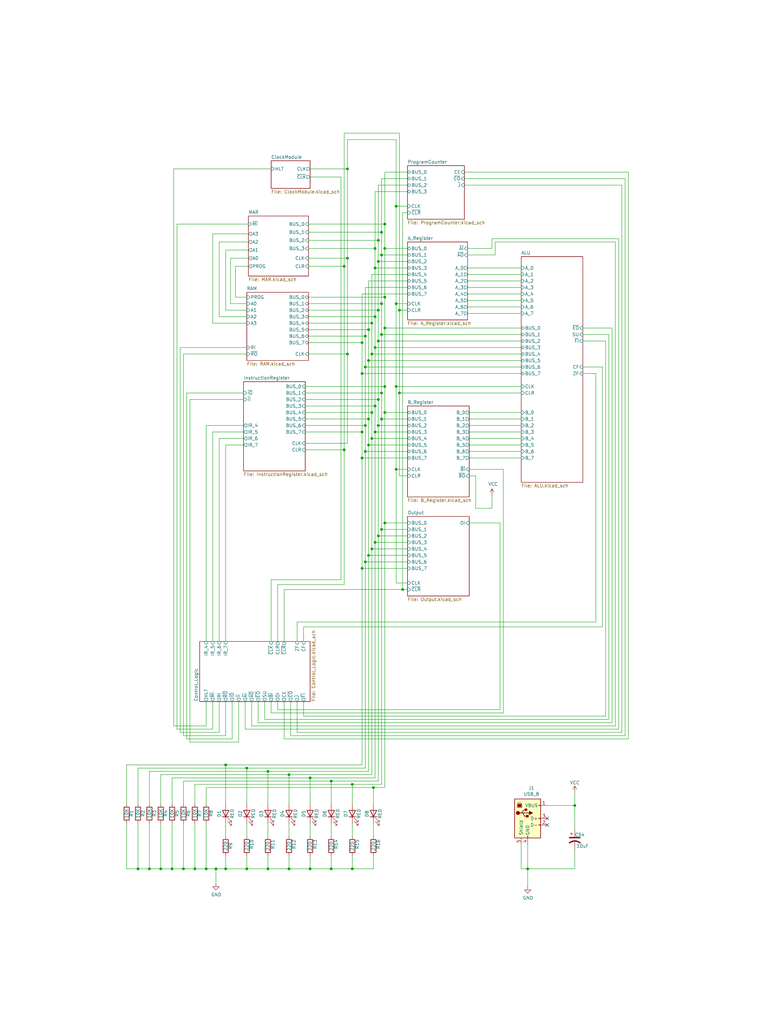
<source format=kicad_sch>
(kicad_sch (version 20230121) (generator eeschema)

  (uuid 9af17764-f28e-4648-999e-0be4c04b4a87)

  (paper "User" 299.999 399.999)

  (lib_symbols
    (symbol "8 Bit Computer-rescue:CP1-Device" (pin_numbers hide) (pin_names (offset 0.254) hide) (in_bom yes) (on_board yes)
      (property "Reference" "C" (at 0.635 2.54 0)
        (effects (font (size 1.27 1.27)) (justify left))
      )
      (property "Value" "Device_CP1" (at 0.635 -2.54 0)
        (effects (font (size 1.27 1.27)) (justify left))
      )
      (property "Footprint" "" (at 0 0 0)
        (effects (font (size 1.27 1.27)) hide)
      )
      (property "Datasheet" "" (at 0 0 0)
        (effects (font (size 1.27 1.27)) hide)
      )
      (property "ki_fp_filters" "CP_*" (at 0 0 0)
        (effects (font (size 1.27 1.27)) hide)
      )
      (symbol "CP1-Device_0_1"
        (polyline
          (pts
            (xy -2.032 0.762)
            (xy 2.032 0.762)
          )
          (stroke (width 0.508) (type solid))
          (fill (type none))
        )
        (polyline
          (pts
            (xy -1.778 2.286)
            (xy -0.762 2.286)
          )
          (stroke (width 0) (type solid))
          (fill (type none))
        )
        (polyline
          (pts
            (xy -1.27 1.778)
            (xy -1.27 2.794)
          )
          (stroke (width 0) (type solid))
          (fill (type none))
        )
        (arc (start 2.032 -1.27) (mid 0 -0.5572) (end -2.032 -1.27)
          (stroke (width 0.508) (type solid))
          (fill (type none))
        )
      )
      (symbol "CP1-Device_1_1"
        (pin passive line (at 0 3.81 270) (length 2.794)
          (name "~" (effects (font (size 1.27 1.27))))
          (number "1" (effects (font (size 1.27 1.27))))
        )
        (pin passive line (at 0 -3.81 90) (length 3.302)
          (name "~" (effects (font (size 1.27 1.27))))
          (number "2" (effects (font (size 1.27 1.27))))
        )
      )
    )
    (symbol "Connector:USB_B" (pin_names (offset 1.016)) (in_bom yes) (on_board yes)
      (property "Reference" "J" (at -5.08 11.43 0)
        (effects (font (size 1.27 1.27)) (justify left))
      )
      (property "Value" "USB_B" (at -5.08 8.89 0)
        (effects (font (size 1.27 1.27)) (justify left))
      )
      (property "Footprint" "" (at 3.81 -1.27 0)
        (effects (font (size 1.27 1.27)) hide)
      )
      (property "Datasheet" " ~" (at 3.81 -1.27 0)
        (effects (font (size 1.27 1.27)) hide)
      )
      (property "ki_keywords" "connector USB" (at 0 0 0)
        (effects (font (size 1.27 1.27)) hide)
      )
      (property "ki_description" "USB Type B connector" (at 0 0 0)
        (effects (font (size 1.27 1.27)) hide)
      )
      (property "ki_fp_filters" "USB*" (at 0 0 0)
        (effects (font (size 1.27 1.27)) hide)
      )
      (symbol "USB_B_0_1"
        (rectangle (start -5.08 -7.62) (end 5.08 7.62)
          (stroke (width 0.254) (type default))
          (fill (type background))
        )
        (circle (center -3.81 2.159) (radius 0.635)
          (stroke (width 0.254) (type default))
          (fill (type outline))
        )
        (rectangle (start -3.81 5.588) (end -2.54 4.572)
          (stroke (width 0) (type default))
          (fill (type outline))
        )
        (circle (center -0.635 3.429) (radius 0.381)
          (stroke (width 0.254) (type default))
          (fill (type outline))
        )
        (rectangle (start -0.127 -7.62) (end 0.127 -6.858)
          (stroke (width 0) (type default))
          (fill (type none))
        )
        (polyline
          (pts
            (xy -1.905 2.159)
            (xy 0.635 2.159)
          )
          (stroke (width 0.254) (type default))
          (fill (type none))
        )
        (polyline
          (pts
            (xy -3.175 2.159)
            (xy -2.54 2.159)
            (xy -1.27 3.429)
            (xy -0.635 3.429)
          )
          (stroke (width 0.254) (type default))
          (fill (type none))
        )
        (polyline
          (pts
            (xy -2.54 2.159)
            (xy -1.905 2.159)
            (xy -1.27 0.889)
            (xy 0 0.889)
          )
          (stroke (width 0.254) (type default))
          (fill (type none))
        )
        (polyline
          (pts
            (xy 0.635 2.794)
            (xy 0.635 1.524)
            (xy 1.905 2.159)
            (xy 0.635 2.794)
          )
          (stroke (width 0.254) (type default))
          (fill (type outline))
        )
        (polyline
          (pts
            (xy -4.064 4.318)
            (xy -2.286 4.318)
            (xy -2.286 5.715)
            (xy -2.667 6.096)
            (xy -3.683 6.096)
            (xy -4.064 5.715)
            (xy -4.064 4.318)
          )
          (stroke (width 0) (type default))
          (fill (type none))
        )
        (rectangle (start 0.254 1.27) (end -0.508 0.508)
          (stroke (width 0.254) (type default))
          (fill (type outline))
        )
        (rectangle (start 5.08 -2.667) (end 4.318 -2.413)
          (stroke (width 0) (type default))
          (fill (type none))
        )
        (rectangle (start 5.08 -0.127) (end 4.318 0.127)
          (stroke (width 0) (type default))
          (fill (type none))
        )
        (rectangle (start 5.08 4.953) (end 4.318 5.207)
          (stroke (width 0) (type default))
          (fill (type none))
        )
      )
      (symbol "USB_B_1_1"
        (pin power_out line (at 7.62 5.08 180) (length 2.54)
          (name "VBUS" (effects (font (size 1.27 1.27))))
          (number "1" (effects (font (size 1.27 1.27))))
        )
        (pin bidirectional line (at 7.62 -2.54 180) (length 2.54)
          (name "D-" (effects (font (size 1.27 1.27))))
          (number "2" (effects (font (size 1.27 1.27))))
        )
        (pin bidirectional line (at 7.62 0 180) (length 2.54)
          (name "D+" (effects (font (size 1.27 1.27))))
          (number "3" (effects (font (size 1.27 1.27))))
        )
        (pin power_out line (at 0 -10.16 90) (length 2.54)
          (name "GND" (effects (font (size 1.27 1.27))))
          (number "4" (effects (font (size 1.27 1.27))))
        )
        (pin passive line (at -2.54 -10.16 90) (length 2.54)
          (name "Shield" (effects (font (size 1.27 1.27))))
          (number "5" (effects (font (size 1.27 1.27))))
        )
      )
    )
    (symbol "Device:LED" (pin_numbers hide) (pin_names (offset 1.016) hide) (in_bom yes) (on_board yes)
      (property "Reference" "D" (at 0 2.54 0)
        (effects (font (size 1.27 1.27)))
      )
      (property "Value" "LED" (at 0 -2.54 0)
        (effects (font (size 1.27 1.27)))
      )
      (property "Footprint" "" (at 0 0 0)
        (effects (font (size 1.27 1.27)) hide)
      )
      (property "Datasheet" "~" (at 0 0 0)
        (effects (font (size 1.27 1.27)) hide)
      )
      (property "ki_keywords" "LED diode" (at 0 0 0)
        (effects (font (size 1.27 1.27)) hide)
      )
      (property "ki_description" "Light emitting diode" (at 0 0 0)
        (effects (font (size 1.27 1.27)) hide)
      )
      (property "ki_fp_filters" "LED* LED_SMD:* LED_THT:*" (at 0 0 0)
        (effects (font (size 1.27 1.27)) hide)
      )
      (symbol "LED_0_1"
        (polyline
          (pts
            (xy -1.27 -1.27)
            (xy -1.27 1.27)
          )
          (stroke (width 0.254) (type default))
          (fill (type none))
        )
        (polyline
          (pts
            (xy -1.27 0)
            (xy 1.27 0)
          )
          (stroke (width 0) (type default))
          (fill (type none))
        )
        (polyline
          (pts
            (xy 1.27 -1.27)
            (xy 1.27 1.27)
            (xy -1.27 0)
            (xy 1.27 -1.27)
          )
          (stroke (width 0.254) (type default))
          (fill (type none))
        )
        (polyline
          (pts
            (xy -3.048 -0.762)
            (xy -4.572 -2.286)
            (xy -3.81 -2.286)
            (xy -4.572 -2.286)
            (xy -4.572 -1.524)
          )
          (stroke (width 0) (type default))
          (fill (type none))
        )
        (polyline
          (pts
            (xy -1.778 -0.762)
            (xy -3.302 -2.286)
            (xy -2.54 -2.286)
            (xy -3.302 -2.286)
            (xy -3.302 -1.524)
          )
          (stroke (width 0) (type default))
          (fill (type none))
        )
      )
      (symbol "LED_1_1"
        (pin passive line (at -3.81 0 0) (length 2.54)
          (name "K" (effects (font (size 1.27 1.27))))
          (number "1" (effects (font (size 1.27 1.27))))
        )
        (pin passive line (at 3.81 0 180) (length 2.54)
          (name "A" (effects (font (size 1.27 1.27))))
          (number "2" (effects (font (size 1.27 1.27))))
        )
      )
    )
    (symbol "Device:R" (pin_numbers hide) (pin_names (offset 0)) (in_bom yes) (on_board yes)
      (property "Reference" "R" (at 2.032 0 90)
        (effects (font (size 1.27 1.27)))
      )
      (property "Value" "R" (at 0 0 90)
        (effects (font (size 1.27 1.27)))
      )
      (property "Footprint" "" (at -1.778 0 90)
        (effects (font (size 1.27 1.27)) hide)
      )
      (property "Datasheet" "~" (at 0 0 0)
        (effects (font (size 1.27 1.27)) hide)
      )
      (property "ki_keywords" "R res resistor" (at 0 0 0)
        (effects (font (size 1.27 1.27)) hide)
      )
      (property "ki_description" "Resistor" (at 0 0 0)
        (effects (font (size 1.27 1.27)) hide)
      )
      (property "ki_fp_filters" "R_*" (at 0 0 0)
        (effects (font (size 1.27 1.27)) hide)
      )
      (symbol "R_0_1"
        (rectangle (start -1.016 -2.54) (end 1.016 2.54)
          (stroke (width 0.254) (type default))
          (fill (type none))
        )
      )
      (symbol "R_1_1"
        (pin passive line (at 0 3.81 270) (length 1.27)
          (name "~" (effects (font (size 1.27 1.27))))
          (number "1" (effects (font (size 1.27 1.27))))
        )
        (pin passive line (at 0 -3.81 90) (length 1.27)
          (name "~" (effects (font (size 1.27 1.27))))
          (number "2" (effects (font (size 1.27 1.27))))
        )
      )
    )
    (symbol "power:GND" (power) (pin_names (offset 0)) (in_bom yes) (on_board yes)
      (property "Reference" "#PWR" (at 0 -6.35 0)
        (effects (font (size 1.27 1.27)) hide)
      )
      (property "Value" "GND" (at 0 -3.81 0)
        (effects (font (size 1.27 1.27)))
      )
      (property "Footprint" "" (at 0 0 0)
        (effects (font (size 1.27 1.27)) hide)
      )
      (property "Datasheet" "" (at 0 0 0)
        (effects (font (size 1.27 1.27)) hide)
      )
      (property "ki_keywords" "global power" (at 0 0 0)
        (effects (font (size 1.27 1.27)) hide)
      )
      (property "ki_description" "Power symbol creates a global label with name \"GND\" , ground" (at 0 0 0)
        (effects (font (size 1.27 1.27)) hide)
      )
      (symbol "GND_0_1"
        (polyline
          (pts
            (xy 0 0)
            (xy 0 -1.27)
            (xy 1.27 -1.27)
            (xy 0 -2.54)
            (xy -1.27 -1.27)
            (xy 0 -1.27)
          )
          (stroke (width 0) (type default))
          (fill (type none))
        )
      )
      (symbol "GND_1_1"
        (pin power_in line (at 0 0 270) (length 0) hide
          (name "GND" (effects (font (size 1.27 1.27))))
          (number "1" (effects (font (size 1.27 1.27))))
        )
      )
    )
    (symbol "power:VCC" (power) (pin_names (offset 0)) (in_bom yes) (on_board yes)
      (property "Reference" "#PWR" (at 0 -3.81 0)
        (effects (font (size 1.27 1.27)) hide)
      )
      (property "Value" "VCC" (at 0 3.81 0)
        (effects (font (size 1.27 1.27)))
      )
      (property "Footprint" "" (at 0 0 0)
        (effects (font (size 1.27 1.27)) hide)
      )
      (property "Datasheet" "" (at 0 0 0)
        (effects (font (size 1.27 1.27)) hide)
      )
      (property "ki_keywords" "global power" (at 0 0 0)
        (effects (font (size 1.27 1.27)) hide)
      )
      (property "ki_description" "Power symbol creates a global label with name \"VCC\"" (at 0 0 0)
        (effects (font (size 1.27 1.27)) hide)
      )
      (symbol "VCC_0_1"
        (polyline
          (pts
            (xy -0.762 1.27)
            (xy 0 2.54)
          )
          (stroke (width 0) (type default))
          (fill (type none))
        )
        (polyline
          (pts
            (xy 0 0)
            (xy 0 2.54)
          )
          (stroke (width 0) (type default))
          (fill (type none))
        )
        (polyline
          (pts
            (xy 0 2.54)
            (xy 0.762 1.27)
          )
          (stroke (width 0) (type default))
          (fill (type none))
        )
      )
      (symbol "VCC_1_1"
        (pin power_in line (at 0 0 90) (length 0) hide
          (name "VCC" (effects (font (size 1.27 1.27))))
          (number "1" (effects (font (size 1.27 1.27))))
        )
      )
    )
  )

  (junction (at 141.605 168.91) (diameter 0) (color 0 0 0 0)
    (uuid 01bc293d-7840-4923-b217-a988a3492778)
  )
  (junction (at 144.145 173.99) (diameter 0) (color 0 0 0 0)
    (uuid 0b9b9b11-f675-40ae-becb-46fc320db9cd)
  )
  (junction (at 150.495 151.13) (diameter 0) (color 0 0 0 0)
    (uuid 137bf530-e909-43f7-a4fc-a4fbe3284e6f)
  )
  (junction (at 149.225 90.805) (diameter 0) (color 0 0 0 0)
    (uuid 14a40120-a46e-4b74-ae9f-cd68f34e9a12)
  )
  (junction (at 62.865 339.725) (diameter 0) (color 0 0 0 0)
    (uuid 16de5377-d884-41fe-a196-7f6e7d16d34a)
  )
  (junction (at 156.21 153.67) (diameter 0) (color 0 0 0 0)
    (uuid 17be1ca8-11aa-4c59-96c5-17dcac784a94)
  )
  (junction (at 104.775 339.725) (diameter 0) (color 0 0 0 0)
    (uuid 199fa50c-036a-4be9-acaf-d69d3b47ab88)
  )
  (junction (at 146.685 104.775) (diameter 0) (color 0 0 0 0)
    (uuid 19c8d094-8a70-4a52-a615-3a3f83e51d7d)
  )
  (junction (at 147.955 121.285) (diameter 0) (color 0 0 0 0)
    (uuid 1baceab3-91b2-4df3-94bc-09503582e521)
  )
  (junction (at 156.21 121.285) (diameter 0) (color 0 0 0 0)
    (uuid 1f957f6f-c965-488c-bc3c-f891f7e65374)
  )
  (junction (at 129.54 305.435) (diameter 0) (color 0 0 0 0)
    (uuid 225df4a5-5897-455b-b128-0c3fd54ca897)
  )
  (junction (at 149.225 118.745) (diameter 0) (color 0 0 0 0)
    (uuid 323fa82c-2cf3-43c1-8f53-7b504efa8bda)
  )
  (junction (at 58.42 339.725) (diameter 0) (color 0 0 0 0)
    (uuid 32b4e555-6571-4ee1-b843-14c2ec5afc59)
  )
  (junction (at 147.955 133.35) (diameter 0) (color 0 0 0 0)
    (uuid 330c4365-804b-482e-b0c7-082e97b2eb66)
  )
  (junction (at 141.605 133.985) (diameter 0) (color 0 0 0 0)
    (uuid 33c9a1b9-f62b-4bcb-a31d-d2084b8ba2eb)
  )
  (junction (at 129.54 339.725) (diameter 0) (color 0 0 0 0)
    (uuid 385ea541-4525-4cea-90b9-8da19188c4bc)
  )
  (junction (at 145.415 126.365) (diameter 0) (color 0 0 0 0)
    (uuid 3881e770-8367-4f51-874d-6b43a8a6a08d)
  )
  (junction (at 150.495 204.47) (diameter 0) (color 0 0 0 0)
    (uuid 3b10098b-3b9d-48fc-8f3b-b84081690af9)
  )
  (junction (at 135.89 66.04) (diameter 0) (color 0 0 0 0)
    (uuid 3bb53a0e-8cc5-4384-96e4-f10853966bf3)
  )
  (junction (at 113.03 302.895) (diameter 0) (color 0 0 0 0)
    (uuid 3efcf0ed-0314-4fb9-8e36-37fd060dd579)
  )
  (junction (at 146.05 307.975) (diameter 0) (color 0 0 0 0)
    (uuid 3fad4132-113b-4cab-81e1-0bbbe51f7527)
  )
  (junction (at 76.2 339.725) (diameter 0) (color 0 0 0 0)
    (uuid 426e7a98-4d65-444c-91b3-129cf7214855)
  )
  (junction (at 154.94 151.13) (diameter 0) (color 0 0 0 0)
    (uuid 46abc2aa-9cc7-409b-9e19-d0eb5b0d5644)
  )
  (junction (at 88.265 339.725) (diameter 0) (color 0 0 0 0)
    (uuid 4784649b-e4ea-4d88-9acc-3d2f69965c4c)
  )
  (junction (at 137.795 339.725) (diameter 0) (color 0 0 0 0)
    (uuid 4bd5f669-129e-44b4-a986-4de2d6aeb1ac)
  )
  (junction (at 67.31 339.725) (diameter 0) (color 0 0 0 0)
    (uuid 4e8fde0c-9b07-497f-b04b-6b6855a88e44)
  )
  (junction (at 96.52 300.355) (diameter 0) (color 0 0 0 0)
    (uuid 55186621-8e21-4f32-a836-0b695cc0173a)
  )
  (junction (at 142.875 166.37) (diameter 0) (color 0 0 0 0)
    (uuid 55e85ba4-7b78-481a-865a-5fa653c5982f)
  )
  (junction (at 88.265 299.085) (diameter 0) (color 0 0 0 0)
    (uuid 57cb05b2-04ff-42b7-83a3-8fccb5a57cb6)
  )
  (junction (at 146.685 168.91) (diameter 0) (color 0 0 0 0)
    (uuid 5a794d43-5f93-4c7c-9a2e-5c7ff75be139)
  )
  (junction (at 145.415 214.63) (diameter 0) (color 0 0 0 0)
    (uuid 619d7e30-6113-4660-9d9f-044c5960fafa)
  )
  (junction (at 147.955 209.55) (diameter 0) (color 0 0 0 0)
    (uuid 61b00770-2fb8-4fff-8f44-98d9ed740fad)
  )
  (junction (at 142.875 131.445) (diameter 0) (color 0 0 0 0)
    (uuid 62c586c1-674d-4bdb-a5d0-3375100c1748)
  )
  (junction (at 141.605 146.05) (diameter 0) (color 0 0 0 0)
    (uuid 6488677f-6d97-47e0-95c9-77225bcc5f98)
  )
  (junction (at 147.955 156.21) (diameter 0) (color 0 0 0 0)
    (uuid 68310eaf-f507-4594-81fa-a5a0ffe89c77)
  )
  (junction (at 154.94 118.745) (diameter 0) (color 0 0 0 0)
    (uuid 6b9a3e4c-3aaa-4e23-ac0a-bdaaa12dceee)
  )
  (junction (at 154.94 183.515) (diameter 0) (color 0 0 0 0)
    (uuid 713119d8-b086-4194-8506-06db603443a7)
  )
  (junction (at 144.145 128.905) (diameter 0) (color 0 0 0 0)
    (uuid 717ba5d5-7dc7-43f0-bf09-a503d49917d2)
  )
  (junction (at 149.225 163.83) (diameter 0) (color 0 0 0 0)
    (uuid 735cc079-e86b-4555-9cf2-dc73b51eaca1)
  )
  (junction (at 137.795 306.705) (diameter 0) (color 0 0 0 0)
    (uuid 7683c8e4-136c-418e-af59-aec8a22e83f3)
  )
  (junction (at 146.685 135.89) (diameter 0) (color 0 0 0 0)
    (uuid 7af2240b-c8d6-4f92-9f70-11665b6f53af)
  )
  (junction (at 141.605 179.07) (diameter 0) (color 0 0 0 0)
    (uuid 7d72ac72-821b-4f8e-bd3e-db39eb7a6161)
  )
  (junction (at 147.955 166.37) (diameter 0) (color 0 0 0 0)
    (uuid 7e046b9c-40e8-4b90-8b83-eb0024691de4)
  )
  (junction (at 84.455 339.725) (diameter 0) (color 0 0 0 0)
    (uuid 8278f9c3-ce92-4b31-8655-00f4985a14be)
  )
  (junction (at 113.03 339.725) (diameter 0) (color 0 0 0 0)
    (uuid 844bdaa6-8b3c-4dc0-a123-3797b1c7f495)
  )
  (junction (at 96.52 339.725) (diameter 0) (color 0 0 0 0)
    (uuid 87a3b568-eb92-420a-beff-6667185ebb41)
  )
  (junction (at 104.775 301.625) (diameter 0) (color 0 0 0 0)
    (uuid 8cbd9197-17fd-42aa-8dac-3c8eb3bca6ac)
  )
  (junction (at 71.755 339.725) (diameter 0) (color 0 0 0 0)
    (uuid 8e33cdc0-6840-4d84-a9bc-1d679e1d45e2)
  )
  (junction (at 146.685 212.09) (diameter 0) (color 0 0 0 0)
    (uuid 92f816b5-a3a4-4b20-8295-76de28b02248)
  )
  (junction (at 135.89 138.43) (diameter 0) (color 0 0 0 0)
    (uuid 9d167371-e6ae-4307-8598-912434a7fd7c)
  )
  (junction (at 150.495 161.29) (diameter 0) (color 0 0 0 0)
    (uuid a109813c-f089-49e4-a21a-78a264e66133)
  )
  (junction (at 134.62 175.895) (diameter 0) (color 0 0 0 0)
    (uuid a3b81471-a304-46b6-b462-63d9281ba1f6)
  )
  (junction (at 135.89 100.965) (diameter 0) (color 0 0 0 0)
    (uuid a7297a83-7ad1-465e-9a9a-8d3d0adfc40d)
  )
  (junction (at 142.875 176.53) (diameter 0) (color 0 0 0 0)
    (uuid a7e4b26c-9c6f-45cb-a8a8-54268f4f0a6d)
  )
  (junction (at 157.48 230.505) (diameter 0) (color 0 0 0 0)
    (uuid b0c3ffd9-8828-4af0-9ba7-a47713c621c7)
  )
  (junction (at 121.285 339.725) (diameter 0) (color 0 0 0 0)
    (uuid ba79412c-80fd-498b-9f69-fef4e6dd0317)
  )
  (junction (at 142.875 143.51) (diameter 0) (color 0 0 0 0)
    (uuid bb0bb362-32e8-4c9f-b179-6b5534b2c414)
  )
  (junction (at 150.495 87.63) (diameter 0) (color 0 0 0 0)
    (uuid bb3e9f5c-cebe-4282-baa5-4e8d1696a0d4)
  )
  (junction (at 147.955 102.235) (diameter 0) (color 0 0 0 0)
    (uuid bc2c77a7-061d-468c-8644-e8f08126b8b0)
  )
  (junction (at 144.145 217.17) (diameter 0) (color 0 0 0 0)
    (uuid bd15a462-987e-4be9-ac34-3abab92ef468)
  )
  (junction (at 121.285 304.165) (diameter 0) (color 0 0 0 0)
    (uuid bfd20222-7dd8-4769-bd3e-cd40129fe6ca)
  )
  (junction (at 134.62 104.14) (diameter 0) (color 0 0 0 0)
    (uuid c3b9efd6-3c0e-4a78-bb0b-c13ae840bdf7)
  )
  (junction (at 146.685 158.75) (diameter 0) (color 0 0 0 0)
    (uuid c3e63ceb-5fa8-4521-9105-9859c7c5bce7)
  )
  (junction (at 80.645 339.725) (diameter 0) (color 0 0 0 0)
    (uuid c9be58c6-cfb1-4a1b-804d-fee26ccf7439)
  )
  (junction (at 149.225 153.67) (diameter 0) (color 0 0 0 0)
    (uuid ccbaf8d7-c3d7-4200-b6c4-d66c0bfe4aa7)
  )
  (junction (at 206.375 339.725) (diameter 0) (color 0 0 0 0)
    (uuid d54ec10b-5aae-49fc-97fd-a8be9de6d841)
  )
  (junction (at 141.605 222.25) (diameter 0) (color 0 0 0 0)
    (uuid d7963792-9797-4996-95c6-f8fc8c7b7ccd)
  )
  (junction (at 144.145 140.97) (diameter 0) (color 0 0 0 0)
    (uuid d7c014bb-069f-4fc9-a2a7-37405ada4d62)
  )
  (junction (at 150.495 128.27) (diameter 0) (color 0 0 0 0)
    (uuid d951e302-ac47-4ef9-96f2-b78cdee5bf54)
  )
  (junction (at 145.415 161.29) (diameter 0) (color 0 0 0 0)
    (uuid db1e0978-e107-4b33-bfa5-5af718b43e87)
  )
  (junction (at 154.94 80.645) (diameter 0) (color 0 0 0 0)
    (uuid e4ff8c47-d822-4020-9dc6-b4ca81f13525)
  )
  (junction (at 53.975 339.725) (diameter 0) (color 0 0 0 0)
    (uuid e5332662-44fa-45c1-8f41-c390b8f45208)
  )
  (junction (at 150.495 97.155) (diameter 0) (color 0 0 0 0)
    (uuid e5e58d71-548d-445c-bd8b-06aeb474313a)
  )
  (junction (at 146.685 123.825) (diameter 0) (color 0 0 0 0)
    (uuid e8ecb443-760b-416e-9cdd-c14b3912d21d)
  )
  (junction (at 144.145 163.83) (diameter 0) (color 0 0 0 0)
    (uuid ec07c97a-f0f0-44b0-83db-54764170d766)
  )
  (junction (at 142.875 219.71) (diameter 0) (color 0 0 0 0)
    (uuid eec704b6-9f55-4bbf-8672-f1ce0c0be6c7)
  )
  (junction (at 224.79 314.96) (diameter 0) (color 0 0 0 0)
    (uuid f1eb862a-da85-4fc0-aa7b-3509e890e77d)
  )
  (junction (at 149.225 99.695) (diameter 0) (color 0 0 0 0)
    (uuid f2afa917-3533-40ec-ba47-f2663a39b8a3)
  )
  (junction (at 145.415 171.45) (diameter 0) (color 0 0 0 0)
    (uuid f41ca078-f6ef-4812-9ac3-bdc2c970c2c8)
  )
  (junction (at 147.955 93.98) (diameter 0) (color 0 0 0 0)
    (uuid f4beb0b7-e38e-4e48-b4e0-6311903c0534)
  )
  (junction (at 149.225 130.81) (diameter 0) (color 0 0 0 0)
    (uuid f86dce03-fd78-4899-b545-78f7644333ba)
  )
  (junction (at 150.495 116.205) (diameter 0) (color 0 0 0 0)
    (uuid fa3afb4f-35c0-43db-b107-529cbf7289e8)
  )
  (junction (at 149.225 207.01) (diameter 0) (color 0 0 0 0)
    (uuid fc84efac-a2ed-4e5b-a85f-7033ad50d6a7)
  )
  (junction (at 146.685 97.155) (diameter 0) (color 0 0 0 0)
    (uuid fd7af6be-fd20-4106-ab6b-256b59c0e37b)
  )
  (junction (at 145.415 138.43) (diameter 0) (color 0 0 0 0)
    (uuid fdab5687-369f-4702-a81c-1ced3a6d287d)
  )

  (no_connect (at 213.995 322.58) (uuid 12faad4c-5d03-496a-8857-970fe2fa5a20))
  (no_connect (at 213.995 320.04) (uuid 292d92c6-2040-4bf9-b0d0-386b16961c13))

  (wire (pts (xy 149.225 207.01) (xy 149.225 306.705))
    (stroke (width 0) (type default))
    (uuid 0096f9ac-24a6-4685-b3c2-09231dd0eb43)
  )
  (wire (pts (xy 120.65 90.805) (xy 149.225 90.805))
    (stroke (width 0) (type default))
    (uuid 014963aa-d2d0-4cfb-9afb-cc816fc668ab)
  )
  (wire (pts (xy 142.875 112.395) (xy 142.875 131.445))
    (stroke (width 0) (type default))
    (uuid 0182672a-3cf8-46e8-905e-6781f87fd9af)
  )
  (wire (pts (xy 58.42 321.945) (xy 58.42 339.725))
    (stroke (width 0) (type default))
    (uuid 01bb73a4-4d88-4686-9345-1a5978836660)
  )
  (wire (pts (xy 157.48 230.505) (xy 111.125 230.505))
    (stroke (width 0) (type default))
    (uuid 01ff9ad7-e04d-47bf-b6e5-d10d070303b2)
  )
  (wire (pts (xy 121.285 66.04) (xy 135.89 66.04))
    (stroke (width 0) (type default))
    (uuid 02886d17-6354-4834-9c2b-5bf3637ab167)
  )
  (wire (pts (xy 193.675 99.695) (xy 193.675 94.615))
    (stroke (width 0) (type default))
    (uuid 0305d478-56e6-47d0-83bd-da69ff8bee27)
  )
  (wire (pts (xy 120.65 118.745) (xy 149.225 118.745))
    (stroke (width 0) (type default))
    (uuid 054ca1db-33d1-48c6-b8b6-59de1b9ed182)
  )
  (wire (pts (xy 203.835 133.35) (xy 147.955 133.35))
    (stroke (width 0) (type default))
    (uuid 06638dc9-c22c-46c1-bad6-87083eebd786)
  )
  (wire (pts (xy 90.805 288.925) (xy 73.025 288.925))
    (stroke (width 0) (type default))
    (uuid 08c9f720-7867-4aa3-ad8b-2918c5c262a1)
  )
  (wire (pts (xy 203.835 146.05) (xy 141.605 146.05))
    (stroke (width 0) (type default))
    (uuid 0949568e-fb86-4b3b-a7a4-4242fc851d7a)
  )
  (wire (pts (xy 120.65 128.905) (xy 144.145 128.905))
    (stroke (width 0) (type default))
    (uuid 097e59e0-080c-4173-bcac-c616e2187523)
  )
  (wire (pts (xy 159.385 112.395) (xy 142.875 112.395))
    (stroke (width 0) (type default))
    (uuid 09995929-c460-407e-8234-d9a918d0579b)
  )
  (wire (pts (xy 58.42 339.725) (xy 53.975 339.725))
    (stroke (width 0) (type default))
    (uuid 09d578e9-310d-4ce6-8161-47ccb20613c9)
  )
  (wire (pts (xy 206.375 346.71) (xy 206.375 339.725))
    (stroke (width 0) (type default))
    (uuid 0adf125e-1966-4288-baed-f1be0ef64cde)
  )
  (wire (pts (xy 203.835 138.43) (xy 145.415 138.43))
    (stroke (width 0) (type default))
    (uuid 0c5cd08e-f778-4689-b7f4-058eed9df302)
  )
  (wire (pts (xy 137.795 306.705) (xy 76.2 306.705))
    (stroke (width 0) (type default))
    (uuid 0c9fe770-d2eb-4c08-8b19-0805a66aaf53)
  )
  (wire (pts (xy 150.495 97.155) (xy 159.385 97.155))
    (stroke (width 0) (type default))
    (uuid 0dabab16-0c72-4d13-a1bc-eb592d5f3dd0)
  )
  (wire (pts (xy 183.515 204.47) (xy 195.58 204.47))
    (stroke (width 0) (type default))
    (uuid 0e0202aa-b112-456e-b9d7-7fa2300c67d1)
  )
  (wire (pts (xy 106.045 226.695) (xy 106.045 250.825))
    (stroke (width 0) (type default))
    (uuid 0e16f470-e4ab-4183-9b54-b9d95e3918c2)
  )
  (wire (pts (xy 85.725 286.385) (xy 70.485 286.385))
    (stroke (width 0) (type default))
    (uuid 0ed6bf11-0be5-4e91-8336-6b1e6139cea5)
  )
  (wire (pts (xy 227.965 128.27) (xy 239.395 128.27))
    (stroke (width 0) (type default))
    (uuid 0ee3e9e2-ad20-4211-8c8e-fbf3f4ae6967)
  )
  (wire (pts (xy 119.38 153.67) (xy 149.225 153.67))
    (stroke (width 0) (type default))
    (uuid 0efbb831-497d-416b-ba3f-67ac2a39d76e)
  )
  (wire (pts (xy 146.685 304.165) (xy 121.285 304.165))
    (stroke (width 0) (type default))
    (uuid 0f8bb8f8-a40d-48b7-84a3-3c0929a2ba14)
  )
  (wire (pts (xy 92.075 104.14) (xy 92.075 116.205))
    (stroke (width 0) (type default))
    (uuid 0fe2affc-d88f-453c-b6e9-1d7e699f1b76)
  )
  (wire (pts (xy 195.58 277.495) (xy 108.585 277.495))
    (stroke (width 0) (type default))
    (uuid 116e966c-6fd3-4213-88ad-7a62009793e9)
  )
  (wire (pts (xy 141.605 146.05) (xy 141.605 168.91))
    (stroke (width 0) (type default))
    (uuid 11e73e52-6fc0-43db-995b-2ff0f3963718)
  )
  (wire (pts (xy 203.835 104.775) (xy 182.88 104.775))
    (stroke (width 0) (type default))
    (uuid 1476d912-f846-49fe-9c1e-f6a7eabd8d8c)
  )
  (wire (pts (xy 95.25 171.45) (xy 85.725 171.45))
    (stroke (width 0) (type default))
    (uuid 14e1033f-1177-451c-addc-f14f93e5cddc)
  )
  (wire (pts (xy 121.285 334.645) (xy 121.285 339.725))
    (stroke (width 0) (type default))
    (uuid 177ef742-6768-49dd-9b48-d21af9925db8)
  )
  (wire (pts (xy 141.605 222.25) (xy 141.605 299.085))
    (stroke (width 0) (type default))
    (uuid 17ff9e25-26f9-4efe-917e-bdd0cc5d096a)
  )
  (wire (pts (xy 73.025 288.925) (xy 73.025 153.67))
    (stroke (width 0) (type default))
    (uuid 195a87d3-d9a8-4264-876b-a1b881be3755)
  )
  (wire (pts (xy 71.755 287.655) (xy 71.755 138.43))
    (stroke (width 0) (type default))
    (uuid 1a8f9b31-dc42-4de3-801b-00e97178018b)
  )
  (wire (pts (xy 227.965 130.81) (xy 238.125 130.81))
    (stroke (width 0) (type default))
    (uuid 1aa30044-1279-48b9-8a56-53f0c83ff6c9)
  )
  (wire (pts (xy 203.835 114.935) (xy 182.88 114.935))
    (stroke (width 0) (type default))
    (uuid 1b09ab0b-1fc8-4af3-8b82-952bb65fa02e)
  )
  (wire (pts (xy 145.415 214.63) (xy 145.415 171.45))
    (stroke (width 0) (type default))
    (uuid 1bb77be9-0083-4f34-8668-0184983b93bf)
  )
  (wire (pts (xy 181.61 67.31) (xy 245.745 67.31))
    (stroke (width 0) (type default))
    (uuid 1bd3e454-4929-44b7-baa0-0bcef619056b)
  )
  (wire (pts (xy 96.52 121.285) (xy 88.265 121.285))
    (stroke (width 0) (type default))
    (uuid 1d34289d-6833-41f5-a10c-04e9fb4b6b4e)
  )
  (wire (pts (xy 71.755 339.725) (xy 67.31 339.725))
    (stroke (width 0) (type default))
    (uuid 1e50784b-9e9f-43ab-b7d1-26822aa49af5)
  )
  (wire (pts (xy 156.21 121.285) (xy 156.21 153.67))
    (stroke (width 0) (type default))
    (uuid 1f7919be-d3ae-42bf-8f63-dfc735acf683)
  )
  (wire (pts (xy 203.835 173.99) (xy 183.515 173.99))
    (stroke (width 0) (type default))
    (uuid 1fc717d3-3f15-4713-8bfc-6031f11c68c5)
  )
  (wire (pts (xy 203.835 339.725) (xy 206.375 339.725))
    (stroke (width 0) (type default))
    (uuid 20527415-d30f-4570-ae4c-d3a43d61c0de)
  )
  (wire (pts (xy 203.835 153.67) (xy 156.21 153.67))
    (stroke (width 0) (type default))
    (uuid 216613a8-5bb6-4c0b-b333-0c8b0885a098)
  )
  (wire (pts (xy 120.65 87.63) (xy 150.495 87.63))
    (stroke (width 0) (type default))
    (uuid 2175f926-998b-4a15-9a93-856b8697465f)
  )
  (wire (pts (xy 116.205 243.205) (xy 116.205 250.825))
    (stroke (width 0) (type default))
    (uuid 21ab894c-ffe0-4bd9-ab54-73d09700ce44)
  )
  (wire (pts (xy 88.265 97.79) (xy 97.155 97.79))
    (stroke (width 0) (type default))
    (uuid 226c2ade-8513-493c-b94b-8c3a6057c061)
  )
  (wire (pts (xy 145.415 214.63) (xy 145.415 302.895))
    (stroke (width 0) (type default))
    (uuid 23462dfc-b732-43ff-97d2-158c11387af6)
  )
  (wire (pts (xy 233.045 243.205) (xy 116.205 243.205))
    (stroke (width 0) (type default))
    (uuid 24ec5c0b-70f6-4758-9ecc-b5151a7ce8a2)
  )
  (wire (pts (xy 145.415 171.45) (xy 159.385 171.45))
    (stroke (width 0) (type default))
    (uuid 2653fddd-df83-47b4-9687-cf02ec9ee430)
  )
  (wire (pts (xy 108.585 277.495) (xy 108.585 274.32))
    (stroke (width 0) (type default))
    (uuid 28055a89-9143-4e2a-9b49-9a9f449707a5)
  )
  (wire (pts (xy 88.265 173.99) (xy 88.265 250.825))
    (stroke (width 0) (type default))
    (uuid 2820c590-dacc-44d1-b38a-e04574b7a50b)
  )
  (wire (pts (xy 120.65 121.285) (xy 147.955 121.285))
    (stroke (width 0) (type default))
    (uuid 28ed8f44-4070-4839-a7b1-1388dae41583)
  )
  (wire (pts (xy 144.145 163.83) (xy 144.145 173.99))
    (stroke (width 0) (type default))
    (uuid 29a138d8-26c7-465f-9ca7-7da87b5b4c40)
  )
  (wire (pts (xy 147.955 133.35) (xy 147.955 156.21))
    (stroke (width 0) (type default))
    (uuid 2a3122ad-8b5f-401e-8e2b-6073b758f45e)
  )
  (wire (pts (xy 141.605 299.085) (xy 88.265 299.085))
    (stroke (width 0) (type default))
    (uuid 2b171891-2cf4-417e-b58f-5bbf8f386b66)
  )
  (wire (pts (xy 159.385 207.01) (xy 149.225 207.01))
    (stroke (width 0) (type default))
    (uuid 2b6da8ec-ca54-4e58-a131-b8fa98f03026)
  )
  (wire (pts (xy 159.385 69.85) (xy 149.225 69.85))
    (stroke (width 0) (type default))
    (uuid 2c8038b9-7aac-4e98-86e8-015602df69a7)
  )
  (wire (pts (xy 154.94 118.745) (xy 154.94 80.645))
    (stroke (width 0) (type default))
    (uuid 2d510744-8606-401f-a086-928ea4a88cf5)
  )
  (wire (pts (xy 88.265 299.085) (xy 49.53 299.085))
    (stroke (width 0) (type default))
    (uuid 2f2357c9-8667-42ef-9451-99543c12ae5d)
  )
  (wire (pts (xy 159.385 118.745) (xy 154.94 118.745))
    (stroke (width 0) (type default))
    (uuid 30387796-5070-45db-9254-012a959477fb)
  )
  (wire (pts (xy 183.515 186.055) (xy 186.055 186.055))
    (stroke (width 0) (type default))
    (uuid 31174a72-8d7c-43eb-b74a-2962fde2e6e6)
  )
  (wire (pts (xy 134.62 52.07) (xy 134.62 104.14))
    (stroke (width 0) (type default))
    (uuid 3356b2e6-6302-46fb-b773-3fc1331d0d51)
  )
  (wire (pts (xy 154.94 80.645) (xy 159.385 80.645))
    (stroke (width 0) (type default))
    (uuid 33ba1395-2c03-4e37-ae97-65399fcfb9f4)
  )
  (wire (pts (xy 149.225 306.705) (xy 137.795 306.705))
    (stroke (width 0) (type default))
    (uuid 33f695cb-df28-4f2f-9b2f-fcbf0a53ae18)
  )
  (wire (pts (xy 120.65 126.365) (xy 145.415 126.365))
    (stroke (width 0) (type default))
    (uuid 34102571-626f-434f-b3fd-a64b08ba567c)
  )
  (wire (pts (xy 157.48 83.185) (xy 157.48 230.505))
    (stroke (width 0) (type default))
    (uuid 343662f0-6a6f-4e76-a8df-00fb60c50c8a)
  )
  (wire (pts (xy 96.52 339.725) (xy 104.775 339.725))
    (stroke (width 0) (type default))
    (uuid 3509707d-21ac-4d3e-98b2-0d5b6c0a6e5b)
  )
  (wire (pts (xy 146.685 168.91) (xy 146.685 212.09))
    (stroke (width 0) (type default))
    (uuid 3558efee-6ca1-41e5-87a2-26ddf41a601e)
  )
  (wire (pts (xy 145.415 161.29) (xy 145.415 138.43))
    (stroke (width 0) (type default))
    (uuid 35647bf9-9496-4ed1-820d-4bb3ad0d1c5a)
  )
  (wire (pts (xy 98.425 283.845) (xy 98.425 274.32))
    (stroke (width 0) (type default))
    (uuid 3590da9e-229d-49af-b2bc-3a397d8c591a)
  )
  (wire (pts (xy 104.775 301.625) (xy 104.775 314.325))
    (stroke (width 0) (type default))
    (uuid 3592cdc1-7c66-4739-bf6b-cfcca4b5d857)
  )
  (wire (pts (xy 156.21 186.055) (xy 156.21 153.67))
    (stroke (width 0) (type default))
    (uuid 35b76e20-81da-47ff-a026-56f0282b06e1)
  )
  (wire (pts (xy 67.31 321.945) (xy 67.31 339.725))
    (stroke (width 0) (type default))
    (uuid 36b86298-51e4-4b99-8f94-5748b38d3539)
  )
  (wire (pts (xy 227.965 146.05) (xy 233.045 146.05))
    (stroke (width 0) (type default))
    (uuid 37f389a7-5948-4c27-acba-bd529a87ca91)
  )
  (wire (pts (xy 203.835 151.13) (xy 154.94 151.13))
    (stroke (width 0) (type default))
    (uuid 38c38ada-1016-4b15-8fd0-882a9df3fa1f)
  )
  (wire (pts (xy 62.865 302.895) (xy 113.03 302.895))
    (stroke (width 0) (type default))
    (uuid 3a5e012d-e4b7-47c9-8112-a304a80ba6d2)
  )
  (wire (pts (xy 183.515 176.53) (xy 203.835 176.53))
    (stroke (width 0) (type default))
    (uuid 3c6f4df2-9ec0-4ba2-a99f-013d3898cd9d)
  )
  (wire (pts (xy 145.415 107.315) (xy 159.385 107.315))
    (stroke (width 0) (type default))
    (uuid 3d0b6a16-31dd-4c2e-a19b-fa6b745e3e36)
  )
  (wire (pts (xy 85.725 274.32) (xy 85.725 286.385))
    (stroke (width 0) (type default))
    (uuid 3db364ec-55a9-44e2-9ca9-ba463d38de9b)
  )
  (wire (pts (xy 224.79 314.96) (xy 224.79 309.88))
    (stroke (width 0) (type default))
    (uuid 3dfe814b-71e1-4fd5-9b48-1277d87f7feb)
  )
  (wire (pts (xy 88.265 321.945) (xy 88.265 327.025))
    (stroke (width 0) (type default))
    (uuid 3e268cde-38b9-4f0b-b25b-b22acc8b7318)
  )
  (wire (pts (xy 149.225 130.81) (xy 149.225 153.67))
    (stroke (width 0) (type default))
    (uuid 3e63389c-8d40-4aae-921b-d5cfb0f4e9da)
  )
  (wire (pts (xy 192.405 198.755) (xy 192.405 193.675))
    (stroke (width 0) (type default))
    (uuid 3fa80693-53e3-406e-a43c-64645f349ce8)
  )
  (wire (pts (xy 183.515 171.45) (xy 203.835 171.45))
    (stroke (width 0) (type default))
    (uuid 4017fcfc-599a-458b-8a14-77209a7c58a6)
  )
  (wire (pts (xy 203.835 120.015) (xy 182.88 120.015))
    (stroke (width 0) (type default))
    (uuid 405ff9b8-7ee9-4600-86cc-42aa18d06394)
  )
  (wire (pts (xy 203.835 143.51) (xy 142.875 143.51))
    (stroke (width 0) (type default))
    (uuid 40b82dbd-dcc3-46ad-a7bd-a4835fffef9d)
  )
  (wire (pts (xy 88.265 334.645) (xy 88.265 339.725))
    (stroke (width 0) (type default))
    (uuid 41d5950c-d1c7-48e8-9821-a8543fae4717)
  )
  (wire (pts (xy 239.395 282.575) (xy 100.965 282.575))
    (stroke (width 0) (type default))
    (uuid 42bbc591-417d-48c1-9bfa-657fdbb73da2)
  )
  (wire (pts (xy 159.385 168.91) (xy 146.685 168.91))
    (stroke (width 0) (type default))
    (uuid 4376e525-9e9d-49d8-9e6b-ac358abd1422)
  )
  (wire (pts (xy 159.385 163.83) (xy 149.225 163.83))
    (stroke (width 0) (type default))
    (uuid 4540139c-54b5-4023-8003-e1bed6178ce1)
  )
  (wire (pts (xy 71.755 321.945) (xy 71.755 339.725))
    (stroke (width 0) (type default))
    (uuid 45557e91-e50b-4378-80fb-6bbe3c618155)
  )
  (wire (pts (xy 49.53 299.085) (xy 49.53 314.325))
    (stroke (width 0) (type default))
    (uuid 459b7554-044a-415a-b720-f24dabecac00)
  )
  (wire (pts (xy 182.88 117.475) (xy 203.835 117.475))
    (stroke (width 0) (type default))
    (uuid 46528844-af01-4de2-810a-ff446286eb76)
  )
  (wire (pts (xy 183.515 183.515) (xy 196.85 183.515))
    (stroke (width 0) (type default))
    (uuid 46737217-4b57-4663-993a-253368b2bc22)
  )
  (wire (pts (xy 88.265 287.655) (xy 71.755 287.655))
    (stroke (width 0) (type default))
    (uuid 46ede5f5-f167-40f5-a9cd-6cfa125cc19d)
  )
  (wire (pts (xy 73.025 153.67) (xy 95.25 153.67))
    (stroke (width 0) (type default))
    (uuid 475eb17d-b003-4447-bf8a-af6ae935d744)
  )
  (wire (pts (xy 62.865 339.725) (xy 58.42 339.725))
    (stroke (width 0) (type default))
    (uuid 478096c4-da4e-4d38-955a-c81b75617f6f)
  )
  (wire (pts (xy 144.145 128.905) (xy 144.145 140.97))
    (stroke (width 0) (type default))
    (uuid 47fa6c0e-e417-4c81-8429-206615388877)
  )
  (wire (pts (xy 62.865 321.945) (xy 62.865 339.725))
    (stroke (width 0) (type default))
    (uuid 4a5adfb9-f870-47d6-a65c-0b4406e202b6)
  )
  (wire (pts (xy 142.875 219.71) (xy 142.875 300.355))
    (stroke (width 0) (type default))
    (uuid 4a5dc23e-e7e7-4870-9da0-b07b7e2a7c48)
  )
  (wire (pts (xy 96.52 118.745) (xy 90.17 118.745))
    (stroke (width 0) (type default))
    (uuid 4a8c005b-ebb2-4b21-b66c-b0f19c38b13e)
  )
  (wire (pts (xy 53.975 339.725) (xy 49.53 339.725))
    (stroke (width 0) (type default))
    (uuid 4a8f94cb-9339-4cf5-bd71-f2a72d071e2d)
  )
  (wire (pts (xy 150.495 161.29) (xy 159.385 161.29))
    (stroke (width 0) (type default))
    (uuid 4acf11a4-943c-475f-a2a0-435aa816e1ac)
  )
  (wire (pts (xy 121.285 69.215) (xy 133.35 69.215))
    (stroke (width 0) (type default))
    (uuid 4bf89ce2-90ab-4871-9b16-38b852bea4d7)
  )
  (wire (pts (xy 154.94 54.61) (xy 135.89 54.61))
    (stroke (width 0) (type default))
    (uuid 4c10e864-b957-4c29-9673-276c68dd296b)
  )
  (wire (pts (xy 80.645 274.32) (xy 80.645 283.845))
    (stroke (width 0) (type default))
    (uuid 4cca9458-850d-4d2b-b5c2-a8e0788a3740)
  )
  (wire (pts (xy 203.835 130.81) (xy 149.225 130.81))
    (stroke (width 0) (type default))
    (uuid 4d7fc49b-d615-4585-b929-145f8bef0f24)
  )
  (wire (pts (xy 111.125 230.505) (xy 111.125 250.825))
    (stroke (width 0) (type default))
    (uuid 4ef06880-50b7-49f2-b9aa-c1b74c653582)
  )
  (wire (pts (xy 135.89 173.355) (xy 119.38 173.355))
    (stroke (width 0) (type default))
    (uuid 51fbbb92-4d62-4b8f-8b6b-671bd8cf1f05)
  )
  (wire (pts (xy 76.2 306.705) (xy 76.2 314.325))
    (stroke (width 0) (type default))
    (uuid 52230b2c-d8ad-49d0-b2e5-f640e926392f)
  )
  (wire (pts (xy 144.145 140.97) (xy 144.145 163.83))
    (stroke (width 0) (type default))
    (uuid 525678d3-2c16-42cd-9fe3-b02ac3ec1f03)
  )
  (wire (pts (xy 141.605 114.935) (xy 141.605 133.985))
    (stroke (width 0) (type default))
    (uuid 52d8266d-994d-4f05-8fe1-6d5ae69b3627)
  )
  (wire (pts (xy 53.975 314.325) (xy 53.975 300.355))
    (stroke (width 0) (type default))
    (uuid 53a7b8ac-c31e-4080-a754-faddf1922091)
  )
  (wire (pts (xy 154.94 80.645) (xy 154.94 54.61))
    (stroke (width 0) (type default))
    (uuid 544f1c2c-81d3-47eb-ae37-6fb0e3ff0196)
  )
  (wire (pts (xy 238.125 130.81) (xy 238.125 281.305))
    (stroke (width 0) (type default))
    (uuid 5514f213-f739-4415-85fc-091ff4f9fd21)
  )
  (wire (pts (xy 142.875 176.53) (xy 159.385 176.53))
    (stroke (width 0) (type default))
    (uuid 5527d354-e641-4ddd-9fce-267232665d97)
  )
  (wire (pts (xy 90.805 274.32) (xy 90.805 288.925))
    (stroke (width 0) (type default))
    (uuid 5554569f-386d-4b98-84fe-0ec1c154d105)
  )
  (wire (pts (xy 203.835 140.97) (xy 144.145 140.97))
    (stroke (width 0) (type default))
    (uuid 568f7cdf-38fb-4807-9040-9facf6f85ce2)
  )
  (wire (pts (xy 70.485 135.89) (xy 96.52 135.89))
    (stroke (width 0) (type default))
    (uuid 56e9464d-9f57-4a3f-bacf-6614b335690d)
  )
  (wire (pts (xy 159.385 74.93) (xy 146.685 74.93))
    (stroke (width 0) (type default))
    (uuid 57c66afc-2daa-4bae-b305-55cefdb3b164)
  )
  (wire (pts (xy 120.65 100.965) (xy 135.89 100.965))
    (stroke (width 0) (type default))
    (uuid 583e9dd7-d520-43dc-a34c-fa145e7ad0f4)
  )
  (wire (pts (xy 203.835 161.29) (xy 183.515 161.29))
    (stroke (width 0) (type default))
    (uuid 590464ae-e18d-4c89-852f-4ee714ee11bd)
  )
  (wire (pts (xy 49.53 339.725) (xy 49.53 321.945))
    (stroke (width 0) (type default))
    (uuid 5911c0c2-a632-4de2-bc44-2a543caf25b3)
  )
  (wire (pts (xy 96.52 314.325) (xy 96.52 300.355))
    (stroke (width 0) (type default))
    (uuid 5ab0e549-0524-47fe-9918-6f70c139836c)
  )
  (wire (pts (xy 104.775 321.945) (xy 104.775 327.025))
    (stroke (width 0) (type default))
    (uuid 5b2af94a-2f4d-4c2e-b224-8764cfbd42b8)
  )
  (wire (pts (xy 146.685 97.155) (xy 146.685 104.775))
    (stroke (width 0) (type default))
    (uuid 5dbbea72-310a-45bc-8d65-1930ecac045a)
  )
  (wire (pts (xy 146.685 74.93) (xy 146.685 97.155))
    (stroke (width 0) (type default))
    (uuid 5e501720-2666-45c3-bdef-25e43f21a6e2)
  )
  (wire (pts (xy 192.405 93.345) (xy 241.935 93.345))
    (stroke (width 0) (type default))
    (uuid 5e61ab00-347a-40dd-92c6-be94863f1972)
  )
  (wire (pts (xy 120.65 123.825) (xy 146.685 123.825))
    (stroke (width 0) (type default))
    (uuid 5edf1cc6-47ac-4af6-9aad-24889df1b9be)
  )
  (wire (pts (xy 119.38 166.37) (xy 142.875 166.37))
    (stroke (width 0) (type default))
    (uuid 5f342f58-0a0f-46f7-8ded-2f60077ce413)
  )
  (wire (pts (xy 213.995 314.96) (xy 224.79 314.96))
    (stroke (width 0) (type default))
    (uuid 5fce7672-ebf1-4d7d-95f0-2f1bc0c5ee15)
  )
  (wire (pts (xy 80.645 283.845) (xy 67.945 283.845))
    (stroke (width 0) (type default))
    (uuid 6093586e-a478-4129-8df9-550bbec6d4da)
  )
  (wire (pts (xy 203.835 109.855) (xy 182.88 109.855))
    (stroke (width 0) (type default))
    (uuid 60b5e3e9-68eb-4c6d-ad7a-e941212a8c03)
  )
  (wire (pts (xy 134.62 104.14) (xy 120.65 104.14))
    (stroke (width 0) (type default))
    (uuid 61340016-8f5e-464c-8459-cffe77b69917)
  )
  (wire (pts (xy 149.225 90.805) (xy 149.225 99.695))
    (stroke (width 0) (type default))
    (uuid 61d173b5-e3c3-4af3-8a87-c26d312330ef)
  )
  (wire (pts (xy 146.685 123.825) (xy 146.685 135.89))
    (stroke (width 0) (type default))
    (uuid 62049cc0-46b3-423b-a533-9d3f79a467a6)
  )
  (wire (pts (xy 113.03 314.325) (xy 113.03 302.895))
    (stroke (width 0) (type default))
    (uuid 644d0ad4-44f5-4c04-a5b9-0b22b020d8b2)
  )
  (wire (pts (xy 116.205 286.385) (xy 116.205 274.32))
    (stroke (width 0) (type default))
    (uuid 64f4b2e2-a9a7-4f69-9af3-05647f4d1d58)
  )
  (wire (pts (xy 142.875 219.71) (xy 159.385 219.71))
    (stroke (width 0) (type default))
    (uuid 65cee3ca-38ef-4416-be34-90f1ae766b0e)
  )
  (wire (pts (xy 141.605 114.935) (xy 159.385 114.935))
    (stroke (width 0) (type default))
    (uuid 65f1dd96-79d9-4497-b62f-e9bb354c11bd)
  )
  (wire (pts (xy 134.62 228.6) (xy 134.62 175.895))
    (stroke (width 0) (type default))
    (uuid 663d17ee-d620-4793-93f1-55974c428d2f)
  )
  (wire (pts (xy 203.835 135.89) (xy 146.685 135.89))
    (stroke (width 0) (type default))
    (uuid 69375f92-a851-478b-ad12-e820ffb52316)
  )
  (wire (pts (xy 135.89 138.43) (xy 135.89 173.355))
    (stroke (width 0) (type default))
    (uuid 69864b27-a97c-4afb-b2f0-07ec1532a74f)
  )
  (wire (pts (xy 85.725 123.825) (xy 85.725 94.615))
    (stroke (width 0) (type default))
    (uuid 6a7005ba-0334-4903-a5f6-8f17d0760174)
  )
  (wire (pts (xy 96.52 123.825) (xy 85.725 123.825))
    (stroke (width 0) (type default))
    (uuid 6aa4a2f4-6a84-4bca-b6bf-94d81e1e1eab)
  )
  (wire (pts (xy 67.31 339.725) (xy 62.865 339.725))
    (stroke (width 0) (type default))
    (uuid 6abea828-0a89-4961-8779-09da500b5620)
  )
  (wire (pts (xy 147.955 102.235) (xy 147.955 93.98))
    (stroke (width 0) (type default))
    (uuid 6be3770e-a9b0-4a6e-ab4f-03b267057787)
  )
  (wire (pts (xy 150.495 204.47) (xy 150.495 161.29))
    (stroke (width 0) (type default))
    (uuid 6d742028-75ea-4b58-bfa0-abdc35aa0e36)
  )
  (wire (pts (xy 159.385 217.17) (xy 144.145 217.17))
    (stroke (width 0) (type default))
    (uuid 6e6d5c61-5dc8-4294-be99-45665748ba19)
  )
  (wire (pts (xy 90.17 100.965) (xy 97.155 100.965))
    (stroke (width 0) (type default))
    (uuid 709f9363-e812-49c8-bc46-62086891b54d)
  )
  (wire (pts (xy 183.515 168.91) (xy 203.835 168.91))
    (stroke (width 0) (type default))
    (uuid 70ba5b12-925d-4001-9c86-fa2c842a7caa)
  )
  (wire (pts (xy 203.835 179.07) (xy 183.515 179.07))
    (stroke (width 0) (type default))
    (uuid 70fb4a53-0ad7-42ce-924b-dab674953d49)
  )
  (wire (pts (xy 182.88 97.155) (xy 192.405 97.155))
    (stroke (width 0) (type default))
    (uuid 7188296c-0f11-4c48-826f-225571945374)
  )
  (wire (pts (xy 135.89 100.965) (xy 135.89 138.43))
    (stroke (width 0) (type default))
    (uuid 720c00aa-7033-4506-8e7a-4498ec3f4ec9)
  )
  (wire (pts (xy 69.215 285.115) (xy 69.215 87.63))
    (stroke (width 0) (type default))
    (uuid 726f47db-1189-422d-9493-b561cbad6af0)
  )
  (wire (pts (xy 58.42 301.625) (xy 58.42 314.325))
    (stroke (width 0) (type default))
    (uuid 72c61023-3ff3-40e9-ae9d-a772a6027da1)
  )
  (wire (pts (xy 96.52 321.945) (xy 96.52 327.025))
    (stroke (width 0) (type default))
    (uuid 7408ed51-0a11-424f-8841-ac30643a816a)
  )
  (wire (pts (xy 137.795 321.945) (xy 137.795 327.025))
    (stroke (width 0) (type default))
    (uuid 7444b1ae-c74a-40d6-8ccb-bd9bd222baaf)
  )
  (wire (pts (xy 243.205 286.385) (xy 116.205 286.385))
    (stroke (width 0) (type default))
    (uuid 74d85406-adad-4576-9624-2a25c9e7e69f)
  )
  (wire (pts (xy 83.185 168.91) (xy 83.185 250.825))
    (stroke (width 0) (type default))
    (uuid 75d73407-00eb-4fdc-a9c0-4bf5f3f8ae6e)
  )
  (wire (pts (xy 85.725 94.615) (xy 97.155 94.615))
    (stroke (width 0) (type default))
    (uuid 764afde9-7173-4dd6-a3b9-24aff64945c9)
  )
  (wire (pts (xy 113.03 302.895) (xy 145.415 302.895))
    (stroke (width 0) (type default))
    (uuid 765526be-611f-4250-91dd-8ce547bd96c3)
  )
  (wire (pts (xy 159.385 227.965) (xy 154.94 227.965))
    (stroke (width 0) (type default))
    (uuid 7751aff6-a538-4ce7-8cf1-54eeb59e52f1)
  )
  (wire (pts (xy 156.21 52.07) (xy 156.21 121.285))
    (stroke (width 0) (type default))
    (uuid 77c3e7a9-9503-4dd0-9801-62897e5b8449)
  )
  (wire (pts (xy 235.585 143.51) (xy 227.965 143.51))
    (stroke (width 0) (type default))
    (uuid 77e62956-1619-4a0a-bf06-dfa411f78caf)
  )
  (wire (pts (xy 133.35 226.695) (xy 106.045 226.695))
    (stroke (width 0) (type default))
    (uuid 7a8dbf9e-577f-436b-bb25-f62dc3f0a8d4)
  )
  (wire (pts (xy 224.79 339.725) (xy 224.79 332.105))
    (stroke (width 0) (type default))
    (uuid 7baabc3c-b308-425c-a7d5-0fdcfd8c6a00)
  )
  (wire (pts (xy 149.225 153.67) (xy 149.225 163.83))
    (stroke (width 0) (type default))
    (uuid 7cac993b-8f2c-4825-a0b5-c5099c29d814)
  )
  (wire (pts (xy 147.955 102.235) (xy 159.385 102.235))
    (stroke (width 0) (type default))
    (uuid 7f0f8885-fdba-4df8-99c8-5cb037743792)
  )
  (wire (pts (xy 150.495 87.63) (xy 150.495 67.31))
    (stroke (width 0) (type default))
    (uuid 7f3a75db-1ff0-4111-8477-5355697a468b)
  )
  (wire (pts (xy 141.605 179.07) (xy 141.605 222.25))
    (stroke (width 0) (type default))
    (uuid 80e038ef-f634-4bdc-83e0-f2d00dff67ba)
  )
  (wire (pts (xy 120.65 93.98) (xy 147.955 93.98))
    (stroke (width 0) (type default))
    (uuid 80efa9eb-d3d9-4437-9a2a-458c9215558c)
  )
  (wire (pts (xy 108.585 250.825) (xy 108.585 228.6))
    (stroke (width 0) (type default))
    (uuid 8110164c-2796-43a8-9e42-423b045ee10c)
  )
  (wire (pts (xy 235.585 245.11) (xy 235.585 143.51))
    (stroke (width 0) (type default))
    (uuid 8399e7a7-5c9e-46f5-8cb4-a8457fc7b1d5)
  )
  (wire (pts (xy 146.05 339.725) (xy 146.05 334.645))
    (stroke (width 0) (type default))
    (uuid 83a8ccfd-0919-47a6-940e-b401d8867391)
  )
  (wire (pts (xy 154.94 118.745) (xy 154.94 151.13))
    (stroke (width 0) (type default))
    (uuid 859099cd-039e-43c5-b8fe-f63fdf665726)
  )
  (wire (pts (xy 104.775 339.725) (xy 113.03 339.725))
    (stroke (width 0) (type default))
    (uuid 8637eab5-2739-424f-a70a-15f07dee6862)
  )
  (wire (pts (xy 83.185 126.365) (xy 96.52 126.365))
    (stroke (width 0) (type default))
    (uuid 86e1c11c-0600-4a08-83b1-cbfa202b1fa6)
  )
  (wire (pts (xy 100.965 282.575) (xy 100.965 274.32))
    (stroke (width 0) (type default))
    (uuid 87d93795-8cc9-4591-b4de-f6d2375d2833)
  )
  (wire (pts (xy 245.745 67.31) (xy 245.745 288.925))
    (stroke (width 0) (type default))
    (uuid 8855d586-e05f-4ae0-b51b-faa3dd60231e)
  )
  (wire (pts (xy 120.65 133.985) (xy 141.605 133.985))
    (stroke (width 0) (type default))
    (uuid 8955ce4c-5ebf-4139-b697-af055463ca29)
  )
  (wire (pts (xy 119.38 175.895) (xy 134.62 175.895))
    (stroke (width 0) (type default))
    (uuid 8a00663b-a305-4978-9e78-4dfe0410ed9e)
  )
  (wire (pts (xy 182.88 99.695) (xy 193.675 99.695))
    (stroke (width 0) (type default))
    (uuid 8a95fa3a-937b-4701-9666-eb4317fbb44b)
  )
  (wire (pts (xy 150.495 204.47) (xy 150.495 307.975))
    (stroke (width 0) (type default))
    (uuid 8c3229fa-7131-4324-951d-cf12d27d964f)
  )
  (wire (pts (xy 133.35 69.215) (xy 133.35 226.695))
    (stroke (width 0) (type default))
    (uuid 8c88e594-4fdc-4ea4-9b7d-57393ed396a5)
  )
  (wire (pts (xy 80.645 339.725) (xy 76.2 339.725))
    (stroke (width 0) (type default))
    (uuid 8c89a3fe-2d9d-4393-ada2-97ce6c49088f)
  )
  (wire (pts (xy 113.03 339.725) (xy 121.285 339.725))
    (stroke (width 0) (type default))
    (uuid 8c8eecf0-9dfc-4901-941e-221290c070e2)
  )
  (wire (pts (xy 74.295 156.21) (xy 74.295 290.195))
    (stroke (width 0) (type default))
    (uuid 8dcfe6e2-9031-4b43-9695-b1b18c961a08)
  )
  (wire (pts (xy 182.88 122.555) (xy 203.835 122.555))
    (stroke (width 0) (type default))
    (uuid 8e3d791d-9015-4118-8276-b0e0b4653e13)
  )
  (wire (pts (xy 129.54 321.945) (xy 129.54 327.025))
    (stroke (width 0) (type default))
    (uuid 8ea4cbb2-0899-4d33-96b9-848188fc545c)
  )
  (wire (pts (xy 146.685 104.775) (xy 146.685 123.825))
    (stroke (width 0) (type default))
    (uuid 9052daff-a06d-4fb4-8ae9-d465cfe900d9)
  )
  (wire (pts (xy 84.455 339.725) (xy 84.455 345.44))
    (stroke (width 0) (type default))
    (uuid 9120421d-9654-4d08-a9d2-d551af1fbfe1)
  )
  (wire (pts (xy 88.265 339.725) (xy 84.455 339.725))
    (stroke (width 0) (type default))
    (uuid 9136884e-74a3-402e-81a0-8420522d38f2)
  )
  (wire (pts (xy 159.385 104.775) (xy 146.685 104.775))
    (stroke (width 0) (type default))
    (uuid 91aa0c9d-4925-4dc5-8b58-f48dac5c05ca)
  )
  (wire (pts (xy 69.215 87.63) (xy 97.155 87.63))
    (stroke (width 0) (type default))
    (uuid 91cc486a-b219-47ac-9d99-e5dc196fb51f)
  )
  (wire (pts (xy 192.405 97.155) (xy 192.405 93.345))
    (stroke (width 0) (type default))
    (uuid 9270c0df-d287-452e-83a0-b193331b6668)
  )
  (wire (pts (xy 67.31 304.165) (xy 67.31 314.325))
    (stroke (width 0) (type default))
    (uuid 928b1062-587a-4355-9d3a-d080686e43ae)
  )
  (wire (pts (xy 119.38 151.13) (xy 150.495 151.13))
    (stroke (width 0) (type default))
    (uuid 92da44d5-f9c6-483f-8064-eb80076069ce)
  )
  (wire (pts (xy 154.94 151.13) (xy 154.94 183.515))
    (stroke (width 0) (type default))
    (uuid 930d2078-f8db-4e68-b43f-e0ff205111c7)
  )
  (wire (pts (xy 147.955 121.285) (xy 147.955 133.35))
    (stroke (width 0) (type default))
    (uuid 94e5548f-4679-45ed-a464-cf63ab3969f2)
  )
  (wire (pts (xy 118.745 274.32) (xy 118.745 280.035))
    (stroke (width 0) (type default))
    (uuid 95bfd377-2ac7-46af-80d6-67281ea0999e)
  )
  (wire (pts (xy 196.85 183.515) (xy 196.85 278.765))
    (stroke (width 0) (type default))
    (uuid 95c3f3a2-30d4-4e07-a37a-724ae70b9952)
  )
  (wire (pts (xy 90.17 118.745) (xy 90.17 100.965))
    (stroke (width 0) (type default))
    (uuid 96008cde-d723-4618-a6d3-1ae3bbce7cea)
  )
  (wire (pts (xy 150.495 161.29) (xy 150.495 151.13))
    (stroke (width 0) (type default))
    (uuid 96e91496-c547-4acc-83c4-be8c38ee9e83)
  )
  (wire (pts (xy 149.225 118.745) (xy 149.225 130.81))
    (stroke (width 0) (type default))
    (uuid 971e92b0-7de6-450e-a2d0-f6829b4c7d30)
  )
  (wire (pts (xy 159.385 109.855) (xy 144.145 109.855))
    (stroke (width 0) (type default))
    (uuid 974c2359-9a25-44fc-af0d-c3bc7d28ee21)
  )
  (wire (pts (xy 159.385 83.185) (xy 157.48 83.185))
    (stroke (width 0) (type default))
    (uuid 9767ef4c-b1d5-463a-a212-09b8b9ab4df9)
  )
  (wire (pts (xy 120.65 97.155) (xy 146.685 97.155))
    (stroke (width 0) (type default))
    (uuid 97b6216b-7d86-453a-86a3-513b74e34015)
  )
  (wire (pts (xy 119.38 161.29) (xy 145.415 161.29))
    (stroke (width 0) (type default))
    (uuid 97d6a908-8b58-47d9-bb28-8ffa07918e4b)
  )
  (wire (pts (xy 84.455 339.725) (xy 80.645 339.725))
    (stroke (width 0) (type default))
    (uuid 97dcebd6-fa60-4193-b1f4-ff1ce27f152d)
  )
  (wire (pts (xy 119.38 156.21) (xy 147.955 156.21))
    (stroke (width 0) (type default))
    (uuid 987e5195-43e6-478a-87e7-aadf29f81407)
  )
  (wire (pts (xy 71.755 314.325) (xy 71.755 305.435))
    (stroke (width 0) (type default))
    (uuid 98f8255d-5aaa-4023-b5bf-5c944cbd493c)
  )
  (wire (pts (xy 182.88 107.315) (xy 203.835 107.315))
    (stroke (width 0) (type default))
    (uuid 9adacb91-39a6-41e5-a996-1465909c4c4e)
  )
  (wire (pts (xy 147.955 209.55) (xy 147.955 166.37))
    (stroke (width 0) (type default))
    (uuid 9b9dbefd-0e4b-4036-b7e5-805600c0c07d)
  )
  (wire (pts (xy 71.755 305.435) (xy 129.54 305.435))
    (stroke (width 0) (type default))
    (uuid 9bce2856-b9d2-42b1-ac88-947c7044d632)
  )
  (wire (pts (xy 113.03 334.645) (xy 113.03 339.725))
    (stroke (width 0) (type default))
    (uuid 9bfdbbfa-f3d9-4f19-b2f9-1c9502d97588)
  )
  (wire (pts (xy 236.855 280.035) (xy 236.855 133.35))
    (stroke (width 0) (type default))
    (uuid 9d0a7fe8-3f31-4cc3-8953-c709453daee1)
  )
  (wire (pts (xy 88.265 173.99) (xy 95.25 173.99))
    (stroke (width 0) (type default))
    (uuid 9e676019-7f47-4027-bfba-538002b6d8c3)
  )
  (wire (pts (xy 137.795 339.725) (xy 146.05 339.725))
    (stroke (width 0) (type default))
    (uuid 9eda6bae-59c0-4cf4-bce0-529713819c60)
  )
  (wire (pts (xy 129.54 305.435) (xy 129.54 314.325))
    (stroke (width 0) (type default))
    (uuid 9f0b684e-a910-4318-9e15-ea176992d398)
  )
  (wire (pts (xy 120.65 131.445) (xy 142.875 131.445))
    (stroke (width 0) (type default))
    (uuid 9f5f1336-86dc-42f0-ba72-f336102bfdb4)
  )
  (wire (pts (xy 156.21 121.285) (xy 159.385 121.285))
    (stroke (width 0) (type default))
    (uuid 9fc830a7-3860-4ad0-84c4-ee8522495ff5)
  )
  (wire (pts (xy 150.495 97.155) (xy 150.495 87.63))
    (stroke (width 0) (type default))
    (uuid a00cd929-eafa-4890-8dfa-6e2d855e293c)
  )
  (wire (pts (xy 245.745 288.925) (xy 111.125 288.925))
    (stroke (width 0) (type default))
    (uuid a129c49b-1698-4527-8e33-5e6298e1c00f)
  )
  (wire (pts (xy 146.05 307.975) (xy 146.05 314.325))
    (stroke (width 0) (type default))
    (uuid a28878f1-7e85-4cef-8646-17328768788a)
  )
  (wire (pts (xy 95.885 285.115) (xy 95.885 274.32))
    (stroke (width 0) (type default))
    (uuid a2bbac5f-fdce-4839-bc6c-7f6e62042e6b)
  )
  (wire (pts (xy 80.645 166.37) (xy 80.645 250.825))
    (stroke (width 0) (type default))
    (uuid a54040f7-ec6b-4e9c-a20b-c28f7feb203a)
  )
  (wire (pts (xy 181.61 69.85) (xy 244.475 69.85))
    (stroke (width 0) (type default))
    (uuid a6258af9-37f5-4598-a775-51e092f9cbdc)
  )
  (wire (pts (xy 103.505 281.305) (xy 103.505 274.32))
    (stroke (width 0) (type default))
    (uuid a63400ca-7258-4007-b8e7-badedb52970e)
  )
  (wire (pts (xy 145.415 138.43) (xy 145.415 126.365))
    (stroke (width 0) (type default))
    (uuid a64a0bfe-d06c-4e32-9cd9-f26540b25c5c)
  )
  (wire (pts (xy 150.495 116.205) (xy 150.495 97.155))
    (stroke (width 0) (type default))
    (uuid a667889a-0e08-4360-8da4-dc0bd1d1aa48)
  )
  (wire (pts (xy 186.055 186.055) (xy 186.055 198.755))
    (stroke (width 0) (type default))
    (uuid a700d356-5319-4a69-adc5-fed4e136c65b)
  )
  (wire (pts (xy 88.265 339.725) (xy 96.52 339.725))
    (stroke (width 0) (type default))
    (uuid a82bd12a-ba2c-461b-8a91-fd0d6da94d09)
  )
  (wire (pts (xy 206.375 339.725) (xy 224.79 339.725))
    (stroke (width 0) (type default))
    (uuid a83e0fd3-5a8b-4b35-9c14-51c093206fce)
  )
  (wire (pts (xy 83.185 274.32) (xy 83.185 285.115))
    (stroke (width 0) (type default))
    (uuid a8b2f693-dd48-4911-b38a-a61e960a7fec)
  )
  (wire (pts (xy 196.85 278.765) (xy 106.045 278.765))
    (stroke (width 0) (type default))
    (uuid a9576af5-38e1-404f-8b7e-6f2cc9844854)
  )
  (wire (pts (xy 71.755 138.43) (xy 96.52 138.43))
    (stroke (width 0) (type default))
    (uuid a98b5fc4-6b1d-4751-a74e-2b0ddcbb9030)
  )
  (wire (pts (xy 183.515 163.83) (xy 203.835 163.83))
    (stroke (width 0) (type default))
    (uuid aa40f98d-8062-44eb-b390-05d04e435598)
  )
  (wire (pts (xy 239.395 128.27) (xy 239.395 282.575))
    (stroke (width 0) (type default))
    (uuid ab343150-7864-475c-9103-7e54cb58c694)
  )
  (wire (pts (xy 142.875 166.37) (xy 142.875 176.53))
    (stroke (width 0) (type default))
    (uuid abfa3758-fe0c-4107-b753-9124855e557a)
  )
  (wire (pts (xy 113.665 287.655) (xy 113.665 274.32))
    (stroke (width 0) (type default))
    (uuid ad44597e-61c4-4327-8555-404159710c0c)
  )
  (wire (pts (xy 121.285 304.165) (xy 121.285 314.325))
    (stroke (width 0) (type default))
    (uuid ae4061ce-eb3f-4c06-9b96-78c0965823c1)
  )
  (wire (pts (xy 195.58 204.47) (xy 195.58 277.495))
    (stroke (width 0) (type default))
    (uuid ae81529e-d1bb-4855-91d6-9c00666a57e5)
  )
  (wire (pts (xy 240.665 283.845) (xy 98.425 283.845))
    (stroke (width 0) (type default))
    (uuid aeffa005-64ab-4cf0-8370-13f9d4e96438)
  )
  (wire (pts (xy 147.955 209.55) (xy 147.955 305.435))
    (stroke (width 0) (type default))
    (uuid af6bcefe-8dd4-4fb5-96ee-901c25f35718)
  )
  (wire (pts (xy 142.875 219.71) (xy 142.875 176.53))
    (stroke (width 0) (type default))
    (uuid af9efc18-66f6-479e-98f8-8de8236173de)
  )
  (wire (pts (xy 146.05 321.945) (xy 146.05 327.025))
    (stroke (width 0) (type default))
    (uuid aff349f8-e39b-4ea7-bf77-d1fefde45a76)
  )
  (wire (pts (xy 186.055 198.755) (xy 192.405 198.755))
    (stroke (width 0) (type default))
    (uuid b01f51bc-caa4-4ee8-a85c-9794641162e9)
  )
  (wire (pts (xy 147.955 166.37) (xy 159.385 166.37))
    (stroke (width 0) (type default))
    (uuid b049f8bd-cb2f-4ce9-b8b4-d8ca6ae4de41)
  )
  (wire (pts (xy 147.955 93.98) (xy 147.955 72.39))
    (stroke (width 0) (type default))
    (uuid b0e84715-7aae-4e51-92c3-5a272aa1fbb4)
  )
  (wire (pts (xy 88.265 274.32) (xy 88.265 287.655))
    (stroke (width 0) (type default))
    (uuid b1a83d11-1c10-4586-80b6-45e95ae984e6)
  )
  (wire (pts (xy 145.415 171.45) (xy 145.415 161.29))
    (stroke (width 0) (type default))
    (uuid b1b778f6-30b6-4ead-aed8-70339f0f104b)
  )
  (wire (pts (xy 142.875 143.51) (xy 142.875 166.37))
    (stroke (width 0) (type default))
    (uuid b26fdcfe-6e48-4948-9dbf-70b5de7fdbcb)
  )
  (wire (pts (xy 111.125 288.925) (xy 111.125 274.32))
    (stroke (width 0) (type default))
    (uuid b446e95c-33e1-48aa-9432-69769b628358)
  )
  (wire (pts (xy 145.415 126.365) (xy 145.415 107.315))
    (stroke (width 0) (type default))
    (uuid b498d0a2-78a4-4c3b-a30c-1b3acf432acf)
  )
  (wire (pts (xy 137.795 306.705) (xy 137.795 314.325))
    (stroke (width 0) (type default))
    (uuid b5389024-5440-4c10-994e-7b4e4bac69ec)
  )
  (wire (pts (xy 182.88 112.395) (xy 203.835 112.395))
    (stroke (width 0) (type default))
    (uuid b5ccbd1e-0b65-487a-a0e0-043868c6e1a8)
  )
  (wire (pts (xy 85.725 171.45) (xy 85.725 250.825))
    (stroke (width 0) (type default))
    (uuid b5f2eebb-64aa-427a-b26f-3127d7b5b5cc)
  )
  (wire (pts (xy 106.045 278.765) (xy 106.045 274.32))
    (stroke (width 0) (type default))
    (uuid b6aa2e26-e1c8-4724-a3fb-1cef7b9973cd)
  )
  (wire (pts (xy 67.945 66.04) (xy 106.045 66.04))
    (stroke (width 0) (type default))
    (uuid b8193b21-d89f-4125-9290-b0c07f3b16e9)
  )
  (wire (pts (xy 240.665 94.615) (xy 240.665 283.845))
    (stroke (width 0) (type default))
    (uuid b955728f-b291-4d70-b008-975ab9a3af34)
  )
  (wire (pts (xy 243.205 72.39) (xy 243.205 286.385))
    (stroke (width 0) (type default))
    (uuid ba0527e9-0f90-4188-ae66-d55b4c70b0a9)
  )
  (wire (pts (xy 88.265 121.285) (xy 88.265 97.79))
    (stroke (width 0) (type default))
    (uuid ba1d2c82-b018-4cfb-95a1-0716571f61d5)
  )
  (wire (pts (xy 134.62 52.07) (xy 156.21 52.07))
    (stroke (width 0) (type default))
    (uuid bb47a942-6887-4994-a776-4594d5dc6cf2)
  )
  (wire (pts (xy 144.145 109.855) (xy 144.145 128.905))
    (stroke (width 0) (type default))
    (uuid be5744fb-75fe-493f-8965-bf0960d880f5)
  )
  (wire (pts (xy 83.185 168.91) (xy 95.25 168.91))
    (stroke (width 0) (type default))
    (uuid bf80c680-4410-4110-8398-e81d451893d7)
  )
  (wire (pts (xy 145.415 214.63) (xy 159.385 214.63))
    (stroke (width 0) (type default))
    (uuid c1a7546f-93aa-44c4-a9ee-32e129cab7c3)
  )
  (wire (pts (xy 96.52 300.355) (xy 142.875 300.355))
    (stroke (width 0) (type default))
    (uuid c48a3499-643a-492b-b014-c3e7bd5722b6)
  )
  (wire (pts (xy 224.79 314.96) (xy 224.79 324.485))
    (stroke (width 0) (type default))
    (uuid c4aea071-4653-4f4e-ab2f-10d251123fef)
  )
  (wire (pts (xy 241.935 93.345) (xy 241.935 285.115))
    (stroke (width 0) (type default))
    (uuid c70634a4-e10e-4b60-baba-6830f50f50c7)
  )
  (wire (pts (xy 76.2 321.945) (xy 76.2 339.725))
    (stroke (width 0) (type default))
    (uuid c733f8b2-8418-47fe-b01a-8793d96fb0a3)
  )
  (wire (pts (xy 233.045 146.05) (xy 233.045 243.205))
    (stroke (width 0) (type default))
    (uuid c7991d03-bda5-4c0d-be56-d43f7b57c5f6)
  )
  (wire (pts (xy 95.25 166.37) (xy 80.645 166.37))
    (stroke (width 0) (type default))
    (uuid c8162e46-10a8-40eb-a8f2-1c7d26186d88)
  )
  (wire (pts (xy 154.94 183.515) (xy 159.385 183.515))
    (stroke (width 0) (type default))
    (uuid c9c083e2-dcab-4797-a410-69f06020dc86)
  )
  (wire (pts (xy 95.25 156.21) (xy 74.295 156.21))
    (stroke (width 0) (type default))
    (uuid caf16308-d02d-4211-89fc-e8b06bdd03d0)
  )
  (wire (pts (xy 97.155 104.14) (xy 92.075 104.14))
    (stroke (width 0) (type default))
    (uuid caf30e84-b484-48b6-8130-e996593f9139)
  )
  (wire (pts (xy 159.385 99.695) (xy 149.225 99.695))
    (stroke (width 0) (type default))
    (uuid ccdde71d-638a-4045-8f65-e5c674d589cf)
  )
  (wire (pts (xy 67.945 283.845) (xy 67.945 66.04))
    (stroke (width 0) (type default))
    (uuid cd478217-3b03-4dc2-8427-fb005bb3e6a5)
  )
  (wire (pts (xy 147.955 209.55) (xy 159.385 209.55))
    (stroke (width 0) (type default))
    (uuid cd4b9bca-a20d-464a-a6d9-b84713e6f0a6)
  )
  (wire (pts (xy 121.285 321.945) (xy 121.285 327.025))
    (stroke (width 0) (type default))
    (uuid ce405fb4-1670-4d82-96d0-c13bbf0964ee)
  )
  (wire (pts (xy 147.955 166.37) (xy 147.955 156.21))
    (stroke (width 0) (type default))
    (uuid d10dc590-e26f-4612-a7f6-2c968cdc580f)
  )
  (wire (pts (xy 154.94 227.965) (xy 154.94 183.515))
    (stroke (width 0) (type default))
    (uuid d2607a5b-9a14-487f-9a1f-da7a0a29fda7)
  )
  (wire (pts (xy 147.955 72.39) (xy 159.385 72.39))
    (stroke (width 0) (type default))
    (uuid d3278f4a-2c82-44d6-a482-0db928420203)
  )
  (wire (pts (xy 144.145 217.17) (xy 144.145 301.625))
    (stroke (width 0) (type default))
    (uuid d3803d9c-7f38-4ef9-9d10-01b477905b75)
  )
  (wire (pts (xy 88.265 299.085) (xy 88.265 314.325))
    (stroke (width 0) (type default))
    (uuid d4f9cb8c-9d09-49ae-bb5e-db85e6c6570a)
  )
  (wire (pts (xy 150.495 67.31) (xy 159.385 67.31))
    (stroke (width 0) (type default))
    (uuid d5126fd5-9f2e-493a-a123-61d6fe3fcca5)
  )
  (wire (pts (xy 62.865 314.325) (xy 62.865 302.895))
    (stroke (width 0) (type default))
    (uuid d542271f-cb70-4695-9934-230f5c6e9826)
  )
  (wire (pts (xy 181.61 72.39) (xy 243.205 72.39))
    (stroke (width 0) (type default))
    (uuid d5d7b8a9-a7cf-45ab-ab9d-da601adda082)
  )
  (wire (pts (xy 135.89 66.04) (xy 135.89 100.965))
    (stroke (width 0) (type default))
    (uuid d5e48c61-f52f-4f56-aedb-1a5994720ab0)
  )
  (wire (pts (xy 96.52 334.645) (xy 96.52 339.725))
    (stroke (width 0) (type default))
    (uuid d6a21f32-65ed-428a-b7b2-dcc573f3bc56)
  )
  (wire (pts (xy 236.855 133.35) (xy 227.965 133.35))
    (stroke (width 0) (type default))
    (uuid d6bb97ca-e2c1-4ac8-b699-153660395d36)
  )
  (wire (pts (xy 92.075 116.205) (xy 96.52 116.205))
    (stroke (width 0) (type default))
    (uuid d6cde877-b121-47f0-8087-88c34559fb17)
  )
  (wire (pts (xy 135.89 54.61) (xy 135.89 66.04))
    (stroke (width 0) (type default))
    (uuid d7499328-c256-4281-8cce-3ce9a7a3571b)
  )
  (wire (pts (xy 119.38 168.91) (xy 141.605 168.91))
    (stroke (width 0) (type default))
    (uuid d7c56a86-c276-4c01-9b4c-692e443aa3c6)
  )
  (wire (pts (xy 193.675 94.615) (xy 240.665 94.615))
    (stroke (width 0) (type default))
    (uuid d7dc2c46-040c-46c1-bf19-8f1e876bda34)
  )
  (wire (pts (xy 238.125 281.305) (xy 103.505 281.305))
    (stroke (width 0) (type default))
    (uuid d8a7db19-686a-4185-9202-d6971656308f)
  )
  (wire (pts (xy 121.285 304.165) (xy 67.31 304.165))
    (stroke (width 0) (type default))
    (uuid d956a311-d7ee-41d5-a608-aaf9ffbe238e)
  )
  (wire (pts (xy 135.89 138.43) (xy 120.65 138.43))
    (stroke (width 0) (type default))
    (uuid dadf43d3-7ed4-4082-8cc1-fc2bd00d7e82)
  )
  (wire (pts (xy 118.745 280.035) (xy 236.855 280.035))
    (stroke (width 0) (type default))
    (uuid dbbabd48-5a44-4291-a641-2cb5c7acf285)
  )
  (wire (pts (xy 141.605 168.91) (xy 141.605 179.07))
    (stroke (width 0) (type default))
    (uuid dc59a4c9-7d0c-413e-9029-6c94f0012341)
  )
  (wire (pts (xy 244.475 69.85) (xy 244.475 287.655))
    (stroke (width 0) (type default))
    (uuid de790fac-469b-4263-baa3-09743659169f)
  )
  (wire (pts (xy 108.585 228.6) (xy 134.62 228.6))
    (stroke (width 0) (type default))
    (uuid df0444cd-4488-426a-a64f-f2103927453e)
  )
  (wire (pts (xy 93.345 290.195) (xy 93.345 274.32))
    (stroke (width 0) (type default))
    (uuid df7f1b87-6bf1-40d9-ad9a-c72e4f9376bf)
  )
  (wire (pts (xy 149.225 69.85) (xy 149.225 90.805))
    (stroke (width 0) (type default))
    (uuid e014167c-9160-4b47-95a2-c5d44cbe6e06)
  )
  (wire (pts (xy 146.685 158.75) (xy 146.685 168.91))
    (stroke (width 0) (type default))
    (uuid e0532302-e8db-49d5-999a-cd743f399eb5)
  )
  (wire (pts (xy 121.285 339.725) (xy 129.54 339.725))
    (stroke (width 0) (type default))
    (uuid e07a84d2-8ff6-45bc-8fea-f54a5f0f9949)
  )
  (wire (pts (xy 83.185 91.44) (xy 83.185 126.365))
    (stroke (width 0) (type default))
    (uuid e2294f1e-e48f-4329-8905-d4a866cc3bdb)
  )
  (wire (pts (xy 159.385 186.055) (xy 156.21 186.055))
    (stroke (width 0) (type default))
    (uuid e241d670-a3af-4d42-966d-d7322757491f)
  )
  (wire (pts (xy 203.835 128.27) (xy 150.495 128.27))
    (stroke (width 0) (type default))
    (uuid e35053d8-f748-450b-96e8-d50e3652845d)
  )
  (wire (pts (xy 129.54 305.435) (xy 147.955 305.435))
    (stroke (width 0) (type default))
    (uuid e37fcb2e-3143-467a-8989-5cc0a764627d)
  )
  (wire (pts (xy 53.975 321.945) (xy 53.975 339.725))
    (stroke (width 0) (type default))
    (uuid e5aa6661-c2f3-483d-ba27-d169fade048d)
  )
  (wire (pts (xy 134.62 175.895) (xy 134.62 104.14))
    (stroke (width 0) (type default))
    (uuid e5c3487f-cd41-4f5e-b699-7694e55270b2)
  )
  (wire (pts (xy 146.685 135.89) (xy 146.685 158.75))
    (stroke (width 0) (type default))
    (uuid e60f0a45-b254-4771-b83b-c84b0e2e5cd6)
  )
  (wire (pts (xy 80.645 321.945) (xy 80.645 339.725))
    (stroke (width 0) (type default))
    (uuid e6efb9b9-d1da-46b0-9b18-0cb1aa08fa37)
  )
  (wire (pts (xy 144.145 173.99) (xy 144.145 217.17))
    (stroke (width 0) (type default))
    (uuid e7e98eb7-cd4a-42a7-aeff-26e114f4f663)
  )
  (wire (pts (xy 203.835 166.37) (xy 183.515 166.37))
    (stroke (width 0) (type default))
    (uuid e8eb6f29-9b21-4541-a2d1-f95c021d1c57)
  )
  (wire (pts (xy 83.185 285.115) (xy 69.215 285.115))
    (stroke (width 0) (type default))
    (uuid e90c11e8-c801-4b73-a003-d9cec43a863e)
  )
  (wire (pts (xy 159.385 179.07) (xy 141.605 179.07))
    (stroke (width 0) (type default))
    (uuid ea3ad112-867d-47fd-a6c3-5e7c18df3e4d)
  )
  (wire (pts (xy 97.155 91.44) (xy 83.185 91.44))
    (stroke (width 0) (type default))
    (uuid ea48ed99-3e0f-4ec0-86a1-be725c33fad5)
  )
  (wire (pts (xy 119.38 158.75) (xy 146.685 158.75))
    (stroke (width 0) (type default))
    (uuid eb4f7814-5132-4130-a087-03e97b054857)
  )
  (wire (pts (xy 150.495 128.27) (xy 150.495 151.13))
    (stroke (width 0) (type default))
    (uuid ec9d8936-2376-4ea4-a3c0-1a5e9d84ef0c)
  )
  (wire (pts (xy 104.775 301.625) (xy 58.42 301.625))
    (stroke (width 0) (type default))
    (uuid ed5e2bd6-8d8d-4f20-bf35-81cfad40eac0)
  )
  (wire (pts (xy 118.745 245.11) (xy 235.585 245.11))
    (stroke (width 0) (type default))
    (uuid ed99648e-2af2-4015-8d9b-bbd35d6c9c21)
  )
  (wire (pts (xy 137.795 334.645) (xy 137.795 339.725))
    (stroke (width 0) (type default))
    (uuid eda51494-7021-412b-912c-0f256547c7e7)
  )
  (wire (pts (xy 129.54 334.645) (xy 129.54 339.725))
    (stroke (width 0) (type default))
    (uuid eda6faed-d64b-4fac-898e-b3824b3831a3)
  )
  (wire (pts (xy 118.745 250.825) (xy 118.745 245.11))
    (stroke (width 0) (type default))
    (uuid edc8a581-1fde-480c-9e0e-b0d8982dffbe)
  )
  (wire (pts (xy 70.485 286.385) (xy 70.485 135.89))
    (stroke (width 0) (type default))
    (uuid edc8a68c-4540-4660-8b67-8a51ab484c2a)
  )
  (wire (pts (xy 244.475 287.655) (xy 113.665 287.655))
    (stroke (width 0) (type default))
    (uuid eeadf416-8da0-49fa-9283-00486e87388a)
  )
  (wire (pts (xy 142.875 131.445) (xy 142.875 143.51))
    (stroke (width 0) (type default))
    (uuid eff5da58-e8d4-4115-8703-3a9a52c904f8)
  )
  (wire (pts (xy 149.225 99.695) (xy 149.225 118.745))
    (stroke (width 0) (type default))
    (uuid effe60dd-578a-40e2-b1f0-86992c37232f)
  )
  (wire (pts (xy 144.145 301.625) (xy 104.775 301.625))
    (stroke (width 0) (type default))
    (uuid f06b9372-37bb-46f4-8aa2-5965d6a3744c)
  )
  (wire (pts (xy 76.2 339.725) (xy 71.755 339.725))
    (stroke (width 0) (type default))
    (uuid f08b2333-d830-4321-8902-a5a0c67f3e41)
  )
  (wire (pts (xy 129.54 339.725) (xy 137.795 339.725))
    (stroke (width 0) (type default))
    (uuid f0b99207-2d57-4739-ad56-6f2b8db56b71)
  )
  (wire (pts (xy 113.03 321.945) (xy 113.03 327.025))
    (stroke (width 0) (type default))
    (uuid f1a80f55-99b2-4610-8cac-eed38318e6b8)
  )
  (wire (pts (xy 150.495 307.975) (xy 146.05 307.975))
    (stroke (width 0) (type default))
    (uuid f217fbbf-5dba-42eb-be2d-116bdd986a64)
  )
  (wire (pts (xy 80.645 307.975) (xy 146.05 307.975))
    (stroke (width 0) (type default))
    (uuid f28240bb-bfb6-4a3a-8efb-fbc4de3d5938)
  )
  (wire (pts (xy 206.375 330.2) (xy 206.375 339.725))
    (stroke (width 0) (type default))
    (uuid f3fe6525-e4d8-4ea7-a9aa-b4516473334b)
  )
  (wire (pts (xy 120.65 116.205) (xy 150.495 116.205))
    (stroke (width 0) (type default))
    (uuid f50aae46-e656-4406-bfba-ad525a52cc75)
  )
  (wire (pts (xy 149.225 163.83) (xy 149.225 207.01))
    (stroke (width 0) (type default))
    (uuid f5839f08-1e99-44bd-b32f-ebaf7456051f)
  )
  (wire (pts (xy 53.975 300.355) (xy 96.52 300.355))
    (stroke (width 0) (type default))
    (uuid f6001685-86af-4ae9-946e-ee90ac7769c0)
  )
  (wire (pts (xy 159.385 230.505) (xy 157.48 230.505))
    (stroke (width 0) (type default))
    (uuid f73692b6-8737-480b-8ad6-4d32d557943b)
  )
  (wire (pts (xy 147.955 121.285) (xy 147.955 102.235))
    (stroke (width 0) (type default))
    (uuid f81152c0-9923-4c13-b993-ee7e0aa7880c)
  )
  (wire (pts (xy 159.385 204.47) (xy 150.495 204.47))
    (stroke (width 0) (type default))
    (uuid f9116f9c-b637-45a3-b8a6-bf238671711e)
  )
  (wire (pts (xy 241.935 285.115) (xy 95.885 285.115))
    (stroke (width 0) (type default))
    (uuid f99ab61e-a3c9-491a-af2b-c41806d2e510)
  )
  (wire (pts (xy 159.385 173.99) (xy 144.145 173.99))
    (stroke (width 0) (type default))
    (uuid fa653bef-a3cf-4608-8dad-6a898a77772f)
  )
  (wire (pts (xy 146.685 212.09) (xy 146.685 304.165))
    (stroke (width 0) (type default))
    (uuid fb0ffd50-f0bc-42ef-b9c1-1b0f4ff98290)
  )
  (wire (pts (xy 80.645 314.325) (xy 80.645 307.975))
    (stroke (width 0) (type default))
    (uuid fc591ca0-fdaf-4913-8fd2-6a27421c2ed3)
  )
  (wire (pts (xy 203.835 330.2) (xy 203.835 339.725))
    (stroke (width 0) (type default))
    (uuid fc953f03-8bf9-48c3-9df6-f84762b01323)
  )
  (wire (pts (xy 150.495 116.205) (xy 150.495 128.27))
    (stroke (width 0) (type default))
    (uuid fc9e779e-a681-4f35-ba48-5efe38254e8e)
  )
  (wire (pts (xy 119.38 163.83) (xy 144.145 163.83))
    (stroke (width 0) (type default))
    (uuid fdeab537-aa49-457e-9785-d5eac06bf232)
  )
  (wire (pts (xy 159.385 212.09) (xy 146.685 212.09))
    (stroke (width 0) (type default))
    (uuid fe5d0cd5-61c6-4f2c-909e-3bcbbb253973)
  )
  (wire (pts (xy 104.775 334.645) (xy 104.775 339.725))
    (stroke (width 0) (type default))
    (uuid ff132532-13e2-467b-9bff-4c7a20a713dd)
  )
  (wire (pts (xy 74.295 290.195) (xy 93.345 290.195))
    (stroke (width 0) (type default))
    (uuid ff1610ad-3467-4887-99b6-61073d42c872)
  )
  (wire (pts (xy 159.385 222.25) (xy 141.605 222.25))
    (stroke (width 0) (type default))
    (uuid ff5f02c5-d6e6-4dae-a577-ea2bc2d145d6)
  )
  (wire (pts (xy 141.605 133.985) (xy 141.605 146.05))
    (stroke (width 0) (type default))
    (uuid ff8aa578-5f12-4eae-b49e-ceac397bf5b6)
  )

  (symbol (lib_id "Connector:USB_B") (at 206.375 320.04 0) (unit 1)
    (in_bom yes) (on_board yes) (dnp no)
    (uuid 00000000-0000-0000-0000-00006124c1e9)
    (property "Reference" "J1" (at 207.8228 308.1782 0)
      (effects (font (size 1.27 1.27)))
    )
    (property "Value" "USB_B" (at 207.8228 310.4896 0)
      (effects (font (size 1.27 1.27)))
    )
    (property "Footprint" "Connector_USB:USB_B_OST_USB-B1HSxx_Horizontal" (at 210.185 321.31 0)
      (effects (font (size 1.27 1.27)) hide)
    )
    (property "Datasheet" " ~" (at 210.185 321.31 0)
      (effects (font (size 1.27 1.27)) hide)
    )
    (pin "1" (uuid 49b89f6c-bcce-4139-848c-5614d6c1bdc0))
    (pin "2" (uuid 72a78031-32b3-49cc-80c4-0b5e04f8e7f8))
    (pin "3" (uuid 5e2e31f5-3400-4dbd-94bd-a60342da377b))
    (pin "4" (uuid a2d29839-1912-4d0a-884a-37cf3223a393))
    (pin "5" (uuid 2d8cc6cd-6bc9-4baf-b944-358354583433))
    (instances
      (project "8 Bit Computer"
        (path "/9af17764-f28e-4648-999e-0be4c04b4a87"
          (reference "J1") (unit 1)
        )
      )
    )
  )

  (symbol (lib_id "8 Bit Computer-rescue:CP1-Device") (at 224.79 328.295 0) (unit 1)
    (in_bom yes) (on_board yes) (dnp no)
    (uuid 00000000-0000-0000-0000-000061257a19)
    (property "Reference" "C?" (at 224.79 326.39 0)
      (effects (font (size 1.27 1.27)) (justify left))
    )
    (property "Value" "10uF" (at 225.425 330.835 0)
      (effects (font (size 1.27 1.27)) (justify left))
    )
    (property "Footprint" "Capacitor_THT:CP_Radial_D5.0mm_P2.00mm" (at 224.79 328.295 0)
      (effects (font (size 1.27 1.27)) hide)
    )
    (property "Datasheet" "~" (at 224.79 328.295 0)
      (effects (font (size 1.27 1.27)) hide)
    )
    (pin "1" (uuid 030d4120-edb2-47a6-8173-39ef967cdb46))
    (pin "2" (uuid 4e6f1365-ad44-4224-aee7-c3a7640f71f2))
    (instances
      (project "8 Bit Computer"
        (path "/9af17764-f28e-4648-999e-0be4c04b4a87/00000000-0000-0000-0000-0000c4b3a2e2"
          (reference "C?") (unit 1)
        )
        (path "/9af17764-f28e-4648-999e-0be4c04b4a87"
          (reference "C54") (unit 1)
        )
      )
    )
  )

  (symbol (lib_id "power:VCC") (at 224.79 309.88 0) (unit 1)
    (in_bom yes) (on_board yes) (dnp no)
    (uuid 00000000-0000-0000-0000-00006136fb4e)
    (property "Reference" "#PWR?" (at 224.79 313.69 0)
      (effects (font (size 1.27 1.27)) hide)
    )
    (property "Value" "VCC" (at 224.79 306.07 0)
      (effects (font (size 1.27 1.27)))
    )
    (property "Footprint" "" (at 224.79 309.88 0)
      (effects (font (size 1.27 1.27)) hide)
    )
    (property "Datasheet" "" (at 224.79 309.88 0)
      (effects (font (size 1.27 1.27)) hide)
    )
    (pin "1" (uuid 98b6942e-feb4-423e-95bc-fe281282005f))
    (instances
      (project "8 Bit Computer"
        (path "/9af17764-f28e-4648-999e-0be4c04b4a87/00000000-0000-0000-0000-0000c3ee1a33"
          (reference "#PWR?") (unit 1)
        )
        (path "/9af17764-f28e-4648-999e-0be4c04b4a87"
          (reference "#PWR013") (unit 1)
        )
      )
    )
  )

  (symbol (lib_id "power:GND") (at 206.375 346.71 0) (unit 1)
    (in_bom yes) (on_board yes) (dnp no)
    (uuid 00000000-0000-0000-0000-0000614404f4)
    (property "Reference" "#PWR?" (at 206.375 353.06 0)
      (effects (font (size 1.27 1.27)) hide)
    )
    (property "Value" "GND" (at 206.502 351.1042 0)
      (effects (font (size 1.27 1.27)))
    )
    (property "Footprint" "" (at 206.375 346.71 0)
      (effects (font (size 1.27 1.27)) hide)
    )
    (property "Datasheet" "" (at 206.375 346.71 0)
      (effects (font (size 1.27 1.27)) hide)
    )
    (pin "1" (uuid 76196704-c256-4cc5-9aa9-486da2444953))
    (instances
      (project "8 Bit Computer"
        (path "/9af17764-f28e-4648-999e-0be4c04b4a87/00000000-0000-0000-0000-0000c3699c7f"
          (reference "#PWR?") (unit 1)
        )
        (path "/9af17764-f28e-4648-999e-0be4c04b4a87"
          (reference "#PWR0327") (unit 1)
        )
      )
    )
  )

  (symbol (lib_id "Device:LED") (at 104.775 318.135 90) (unit 1)
    (in_bom yes) (on_board yes) (dnp no)
    (uuid 00000000-0000-0000-0000-0000d31d1efc)
    (property "Reference" "D?" (at 102.235 316.865 0)
      (effects (font (size 1.27 1.27)) (justify right))
    )
    (property "Value" "RED" (at 107.315 316.23 0)
      (effects (font (size 1.27 1.27)) (justify right))
    )
    (property "Footprint" "LED_THT:LED_D5.0mm" (at 104.775 318.135 0)
      (effects (font (size 1.27 1.27)) hide)
    )
    (property "Datasheet" "~" (at 104.775 318.135 0)
      (effects (font (size 1.27 1.27)) hide)
    )
    (pin "1" (uuid 4e01e3c4-bc6e-4ee1-a387-12d846d96609))
    (pin "2" (uuid 68a418ce-b05b-46eb-8a17-2d29cab5a080))
    (instances
      (project "8 Bit Computer"
        (path "/9af17764-f28e-4648-999e-0be4c04b4a87/00000000-0000-0000-0000-0000c3699c7f"
          (reference "D?") (unit 1)
        )
        (path "/9af17764-f28e-4648-999e-0be4c04b4a87"
          (reference "D3") (unit 1)
        )
      )
    )
  )

  (symbol (lib_id "Device:LED") (at 121.285 318.135 90) (unit 1)
    (in_bom yes) (on_board yes) (dnp no)
    (uuid 00000000-0000-0000-0000-0000d31d1f02)
    (property "Reference" "D?" (at 118.745 316.865 0)
      (effects (font (size 1.27 1.27)) (justify right))
    )
    (property "Value" "RED" (at 123.825 316.23 0)
      (effects (font (size 1.27 1.27)) (justify right))
    )
    (property "Footprint" "LED_THT:LED_D5.0mm" (at 121.285 318.135 0)
      (effects (font (size 1.27 1.27)) hide)
    )
    (property "Datasheet" "~" (at 121.285 318.135 0)
      (effects (font (size 1.27 1.27)) hide)
    )
    (pin "1" (uuid 0da8b953-4ee1-494d-92d3-bdc8832e8641))
    (pin "2" (uuid b9f20f1c-ff44-45f4-97f6-3430f45d114c))
    (instances
      (project "8 Bit Computer"
        (path "/9af17764-f28e-4648-999e-0be4c04b4a87/00000000-0000-0000-0000-0000c3699c7f"
          (reference "D?") (unit 1)
        )
        (path "/9af17764-f28e-4648-999e-0be4c04b4a87"
          (reference "D5") (unit 1)
        )
      )
    )
  )

  (symbol (lib_id "Device:LED") (at 129.54 318.135 90) (unit 1)
    (in_bom yes) (on_board yes) (dnp no)
    (uuid 00000000-0000-0000-0000-0000d31d1f08)
    (property "Reference" "D?" (at 127 316.865 0)
      (effects (font (size 1.27 1.27)) (justify right))
    )
    (property "Value" "RED" (at 132.08 316.23 0)
      (effects (font (size 1.27 1.27)) (justify right))
    )
    (property "Footprint" "LED_THT:LED_D5.0mm" (at 129.54 318.135 0)
      (effects (font (size 1.27 1.27)) hide)
    )
    (property "Datasheet" "~" (at 129.54 318.135 0)
      (effects (font (size 1.27 1.27)) hide)
    )
    (pin "1" (uuid 05959e05-ed36-4faa-a731-20860b971292))
    (pin "2" (uuid 429492d7-5521-4d42-bc09-4a9241cdbae5))
    (instances
      (project "8 Bit Computer"
        (path "/9af17764-f28e-4648-999e-0be4c04b4a87/00000000-0000-0000-0000-0000c3699c7f"
          (reference "D?") (unit 1)
        )
        (path "/9af17764-f28e-4648-999e-0be4c04b4a87"
          (reference "D6") (unit 1)
        )
      )
    )
  )

  (symbol (lib_id "Device:LED") (at 137.795 318.135 90) (unit 1)
    (in_bom yes) (on_board yes) (dnp no)
    (uuid 00000000-0000-0000-0000-0000d31d1f0e)
    (property "Reference" "D?" (at 135.255 316.865 0)
      (effects (font (size 1.27 1.27)) (justify right))
    )
    (property "Value" "RED" (at 140.335 316.23 0)
      (effects (font (size 1.27 1.27)) (justify right))
    )
    (property "Footprint" "LED_THT:LED_D5.0mm" (at 137.795 318.135 0)
      (effects (font (size 1.27 1.27)) hide)
    )
    (property "Datasheet" "~" (at 137.795 318.135 0)
      (effects (font (size 1.27 1.27)) hide)
    )
    (pin "2" (uuid c234f5bc-14dd-4ed2-87c2-f3c7b7dff3c6))
    (pin "1" (uuid 5b097138-b7d9-45d3-8a72-04078d94ee1d))
    (instances
      (project "8 Bit Computer"
        (path "/9af17764-f28e-4648-999e-0be4c04b4a87/00000000-0000-0000-0000-0000c3699c7f"
          (reference "D?") (unit 1)
        )
        (path "/9af17764-f28e-4648-999e-0be4c04b4a87"
          (reference "D7") (unit 1)
        )
      )
    )
  )

  (symbol (lib_id "Device:LED") (at 146.05 318.135 90) (unit 1)
    (in_bom yes) (on_board yes) (dnp no)
    (uuid 00000000-0000-0000-0000-0000d31d1f14)
    (property "Reference" "D?" (at 143.51 316.865 0)
      (effects (font (size 1.27 1.27)) (justify right))
    )
    (property "Value" "RED" (at 148.59 316.23 0)
      (effects (font (size 1.27 1.27)) (justify right))
    )
    (property "Footprint" "LED_THT:LED_D5.0mm" (at 146.05 318.135 0)
      (effects (font (size 1.27 1.27)) hide)
    )
    (property "Datasheet" "~" (at 146.05 318.135 0)
      (effects (font (size 1.27 1.27)) hide)
    )
    (pin "2" (uuid d5c47d36-7056-4b25-93dd-141b350a1b64))
    (pin "1" (uuid 163f1a58-f52b-43f5-9b83-a7d59f449e57))
    (instances
      (project "8 Bit Computer"
        (path "/9af17764-f28e-4648-999e-0be4c04b4a87/00000000-0000-0000-0000-0000c3699c7f"
          (reference "D?") (unit 1)
        )
        (path "/9af17764-f28e-4648-999e-0be4c04b4a87"
          (reference "D8") (unit 1)
        )
      )
    )
  )

  (symbol (lib_id "Device:LED") (at 96.52 318.135 90) (unit 1)
    (in_bom yes) (on_board yes) (dnp no)
    (uuid 00000000-0000-0000-0000-0000d31d1f1a)
    (property "Reference" "D?" (at 93.98 316.865 0)
      (effects (font (size 1.27 1.27)) (justify right))
    )
    (property "Value" "RED" (at 99.06 316.23 0)
      (effects (font (size 1.27 1.27)) (justify right))
    )
    (property "Footprint" "LED_THT:LED_D5.0mm" (at 96.52 318.135 0)
      (effects (font (size 1.27 1.27)) hide)
    )
    (property "Datasheet" "~" (at 96.52 318.135 0)
      (effects (font (size 1.27 1.27)) hide)
    )
    (pin "2" (uuid 39c8477d-0603-4c7d-b75b-66ae11ec4282))
    (pin "1" (uuid 92829bf0-cd63-44ab-a400-3a26980f644b))
    (instances
      (project "8 Bit Computer"
        (path "/9af17764-f28e-4648-999e-0be4c04b4a87/00000000-0000-0000-0000-0000c3699c7f"
          (reference "D?") (unit 1)
        )
        (path "/9af17764-f28e-4648-999e-0be4c04b4a87"
          (reference "D2") (unit 1)
        )
      )
    )
  )

  (symbol (lib_id "Device:LED") (at 88.265 318.135 90) (unit 1)
    (in_bom yes) (on_board yes) (dnp no)
    (uuid 00000000-0000-0000-0000-0000d31d1f20)
    (property "Reference" "D?" (at 85.725 316.865 0)
      (effects (font (size 1.27 1.27)) (justify right))
    )
    (property "Value" "RED" (at 90.805 316.23 0)
      (effects (font (size 1.27 1.27)) (justify right))
    )
    (property "Footprint" "LED_THT:LED_D5.0mm" (at 88.265 318.135 0)
      (effects (font (size 1.27 1.27)) hide)
    )
    (property "Datasheet" "~" (at 88.265 318.135 0)
      (effects (font (size 1.27 1.27)) hide)
    )
    (pin "1" (uuid a662fbd2-838c-4ab3-b6b8-3ee4a57dcc1d))
    (pin "2" (uuid 57e40a8b-adbf-4d49-8c9b-a9367e5c0e4b))
    (instances
      (project "8 Bit Computer"
        (path "/9af17764-f28e-4648-999e-0be4c04b4a87/00000000-0000-0000-0000-0000c3699c7f"
          (reference "D?") (unit 1)
        )
        (path "/9af17764-f28e-4648-999e-0be4c04b4a87"
          (reference "D1") (unit 1)
        )
      )
    )
  )

  (symbol (lib_id "Device:LED") (at 113.03 318.135 90) (unit 1)
    (in_bom yes) (on_board yes) (dnp no)
    (uuid 00000000-0000-0000-0000-0000d31d1f26)
    (property "Reference" "D?" (at 110.49 316.865 0)
      (effects (font (size 1.27 1.27)) (justify right))
    )
    (property "Value" "RED" (at 115.57 316.23 0)
      (effects (font (size 1.27 1.27)) (justify right))
    )
    (property "Footprint" "LED_THT:LED_D5.0mm" (at 113.03 318.135 0)
      (effects (font (size 1.27 1.27)) hide)
    )
    (property "Datasheet" "~" (at 113.03 318.135 0)
      (effects (font (size 1.27 1.27)) hide)
    )
    (pin "2" (uuid abed982a-e160-4e71-a57c-b40866f2bb03))
    (pin "1" (uuid e9d439e7-25e7-4251-95fb-2c6687d9b009))
    (instances
      (project "8 Bit Computer"
        (path "/9af17764-f28e-4648-999e-0be4c04b4a87/00000000-0000-0000-0000-0000c3699c7f"
          (reference "D?") (unit 1)
        )
        (path "/9af17764-f28e-4648-999e-0be4c04b4a87"
          (reference "D4") (unit 1)
        )
      )
    )
  )

  (symbol (lib_id "Device:R") (at 88.265 330.835 0) (unit 1)
    (in_bom yes) (on_board yes) (dnp no)
    (uuid 00000000-0000-0000-0000-0000d31d1f2c)
    (property "Reference" "R?" (at 90.17 332.105 90)
      (effects (font (size 1.27 1.27)) (justify left))
    )
    (property "Value" "220" (at 88.265 332.74 90)
      (effects (font (size 1.27 1.27)) (justify left))
    )
    (property "Footprint" "Resistor_THT:R_Axial_DIN0207_L6.3mm_D2.5mm_P7.62mm_Horizontal" (at 86.487 330.835 90)
      (effects (font (size 1.27 1.27)) hide)
    )
    (property "Datasheet" "~" (at 88.265 330.835 0)
      (effects (font (size 1.27 1.27)) hide)
    )
    (pin "1" (uuid 8535705a-e3f9-4eac-bffd-4d40245fbd4d))
    (pin "2" (uuid 07ce7a43-cd56-4524-afae-e207b85fc161))
    (instances
      (project "8 Bit Computer"
        (path "/9af17764-f28e-4648-999e-0be4c04b4a87/00000000-0000-0000-0000-0000c3699c7f"
          (reference "R?") (unit 1)
        )
        (path "/9af17764-f28e-4648-999e-0be4c04b4a87"
          (reference "R9") (unit 1)
        )
      )
    )
  )

  (symbol (lib_id "Device:R") (at 96.52 330.835 0) (unit 1)
    (in_bom yes) (on_board yes) (dnp no)
    (uuid 00000000-0000-0000-0000-0000d31d1f32)
    (property "Reference" "R?" (at 98.425 332.105 90)
      (effects (font (size 1.27 1.27)) (justify left))
    )
    (property "Value" "220" (at 96.52 332.74 90)
      (effects (font (size 1.27 1.27)) (justify left))
    )
    (property "Footprint" "Resistor_THT:R_Axial_DIN0207_L6.3mm_D2.5mm_P7.62mm_Horizontal" (at 94.742 330.835 90)
      (effects (font (size 1.27 1.27)) hide)
    )
    (property "Datasheet" "~" (at 96.52 330.835 0)
      (effects (font (size 1.27 1.27)) hide)
    )
    (pin "2" (uuid fb8ac6b4-96b6-44fc-a2a5-456d6a46b926))
    (pin "1" (uuid 68741240-86e1-45de-89e0-131a5bd4f5db))
    (instances
      (project "8 Bit Computer"
        (path "/9af17764-f28e-4648-999e-0be4c04b4a87/00000000-0000-0000-0000-0000c3699c7f"
          (reference "R?") (unit 1)
        )
        (path "/9af17764-f28e-4648-999e-0be4c04b4a87"
          (reference "R10") (unit 1)
        )
      )
    )
  )

  (symbol (lib_id "Device:R") (at 104.775 330.835 0) (unit 1)
    (in_bom yes) (on_board yes) (dnp no)
    (uuid 00000000-0000-0000-0000-0000d31d1f38)
    (property "Reference" "R?" (at 106.68 332.105 90)
      (effects (font (size 1.27 1.27)) (justify left))
    )
    (property "Value" "220" (at 104.775 332.74 90)
      (effects (font (size 1.27 1.27)) (justify left))
    )
    (property "Footprint" "Resistor_THT:R_Axial_DIN0207_L6.3mm_D2.5mm_P7.62mm_Horizontal" (at 102.997 330.835 90)
      (effects (font (size 1.27 1.27)) hide)
    )
    (property "Datasheet" "~" (at 104.775 330.835 0)
      (effects (font (size 1.27 1.27)) hide)
    )
    (pin "2" (uuid d02c3bd8-3aed-4fc3-b172-cc4628353ad4))
    (pin "1" (uuid 87606f5e-d09c-4014-97ff-de1e7068d576))
    (instances
      (project "8 Bit Computer"
        (path "/9af17764-f28e-4648-999e-0be4c04b4a87/00000000-0000-0000-0000-0000c3699c7f"
          (reference "R?") (unit 1)
        )
        (path "/9af17764-f28e-4648-999e-0be4c04b4a87"
          (reference "R11") (unit 1)
        )
      )
    )
  )

  (symbol (lib_id "Device:R") (at 113.03 330.835 0) (unit 1)
    (in_bom yes) (on_board yes) (dnp no)
    (uuid 00000000-0000-0000-0000-0000d31d1f3e)
    (property "Reference" "R?" (at 114.935 332.105 90)
      (effects (font (size 1.27 1.27)) (justify left))
    )
    (property "Value" "220" (at 113.03 332.74 90)
      (effects (font (size 1.27 1.27)) (justify left))
    )
    (property "Footprint" "Resistor_THT:R_Axial_DIN0207_L6.3mm_D2.5mm_P7.62mm_Horizontal" (at 111.252 330.835 90)
      (effects (font (size 1.27 1.27)) hide)
    )
    (property "Datasheet" "~" (at 113.03 330.835 0)
      (effects (font (size 1.27 1.27)) hide)
    )
    (pin "2" (uuid 27af4127-843f-4b79-9d76-e5576ce776e3))
    (pin "1" (uuid 2dfafd4f-873f-4468-b732-2cd5066ce272))
    (instances
      (project "8 Bit Computer"
        (path "/9af17764-f28e-4648-999e-0be4c04b4a87/00000000-0000-0000-0000-0000c3699c7f"
          (reference "R?") (unit 1)
        )
        (path "/9af17764-f28e-4648-999e-0be4c04b4a87"
          (reference "R12") (unit 1)
        )
      )
    )
  )

  (symbol (lib_id "Device:R") (at 121.285 330.835 0) (unit 1)
    (in_bom yes) (on_board yes) (dnp no)
    (uuid 00000000-0000-0000-0000-0000d31d1f44)
    (property "Reference" "R?" (at 123.19 332.105 90)
      (effects (font (size 1.27 1.27)) (justify left))
    )
    (property "Value" "220" (at 121.285 332.74 90)
      (effects (font (size 1.27 1.27)) (justify left))
    )
    (property "Footprint" "Resistor_THT:R_Axial_DIN0207_L6.3mm_D2.5mm_P7.62mm_Horizontal" (at 119.507 330.835 90)
      (effects (font (size 1.27 1.27)) hide)
    )
    (property "Datasheet" "~" (at 121.285 330.835 0)
      (effects (font (size 1.27 1.27)) hide)
    )
    (pin "1" (uuid cc19c065-3e1d-4e56-bb0f-bfe2ba3a8a0a))
    (pin "2" (uuid 5c5bcb71-a8ca-4a83-b083-b680e5377de1))
    (instances
      (project "8 Bit Computer"
        (path "/9af17764-f28e-4648-999e-0be4c04b4a87/00000000-0000-0000-0000-0000c3699c7f"
          (reference "R?") (unit 1)
        )
        (path "/9af17764-f28e-4648-999e-0be4c04b4a87"
          (reference "R13") (unit 1)
        )
      )
    )
  )

  (symbol (lib_id "Device:R") (at 129.54 330.835 0) (unit 1)
    (in_bom yes) (on_board yes) (dnp no)
    (uuid 00000000-0000-0000-0000-0000d31d1f4a)
    (property "Reference" "R?" (at 131.445 332.105 90)
      (effects (font (size 1.27 1.27)) (justify left))
    )
    (property "Value" "220" (at 129.54 332.74 90)
      (effects (font (size 1.27 1.27)) (justify left))
    )
    (property "Footprint" "Resistor_THT:R_Axial_DIN0207_L6.3mm_D2.5mm_P7.62mm_Horizontal" (at 127.762 330.835 90)
      (effects (font (size 1.27 1.27)) hide)
    )
    (property "Datasheet" "~" (at 129.54 330.835 0)
      (effects (font (size 1.27 1.27)) hide)
    )
    (pin "1" (uuid 96c135a2-db2f-4dba-9858-2b76e4178e5b))
    (pin "2" (uuid f8612ce2-b601-4aa0-b3a3-dba2607889c7))
    (instances
      (project "8 Bit Computer"
        (path "/9af17764-f28e-4648-999e-0be4c04b4a87/00000000-0000-0000-0000-0000c3699c7f"
          (reference "R?") (unit 1)
        )
        (path "/9af17764-f28e-4648-999e-0be4c04b4a87"
          (reference "R14") (unit 1)
        )
      )
    )
  )

  (symbol (lib_id "Device:R") (at 137.795 330.835 0) (unit 1)
    (in_bom yes) (on_board yes) (dnp no)
    (uuid 00000000-0000-0000-0000-0000d31d1f50)
    (property "Reference" "R?" (at 139.7 332.105 90)
      (effects (font (size 1.27 1.27)) (justify left))
    )
    (property "Value" "220" (at 137.795 332.74 90)
      (effects (font (size 1.27 1.27)) (justify left))
    )
    (property "Footprint" "Resistor_THT:R_Axial_DIN0207_L6.3mm_D2.5mm_P7.62mm_Horizontal" (at 136.017 330.835 90)
      (effects (font (size 1.27 1.27)) hide)
    )
    (property "Datasheet" "~" (at 137.795 330.835 0)
      (effects (font (size 1.27 1.27)) hide)
    )
    (pin "2" (uuid fea91c63-af56-40a9-afbb-c71cd94f848c))
    (pin "1" (uuid aa42a725-69c5-4cc1-aea1-4bf232713632))
    (instances
      (project "8 Bit Computer"
        (path "/9af17764-f28e-4648-999e-0be4c04b4a87/00000000-0000-0000-0000-0000c3699c7f"
          (reference "R?") (unit 1)
        )
        (path "/9af17764-f28e-4648-999e-0be4c04b4a87"
          (reference "R15") (unit 1)
        )
      )
    )
  )

  (symbol (lib_id "Device:R") (at 146.05 330.835 0) (unit 1)
    (in_bom yes) (on_board yes) (dnp no)
    (uuid 00000000-0000-0000-0000-0000d31d1f56)
    (property "Reference" "R?" (at 147.955 332.105 90)
      (effects (font (size 1.27 1.27)) (justify left))
    )
    (property "Value" "220" (at 146.05 332.74 90)
      (effects (font (size 1.27 1.27)) (justify left))
    )
    (property "Footprint" "Resistor_THT:R_Axial_DIN0207_L6.3mm_D2.5mm_P7.62mm_Horizontal" (at 144.272 330.835 90)
      (effects (font (size 1.27 1.27)) hide)
    )
    (property "Datasheet" "~" (at 146.05 330.835 0)
      (effects (font (size 1.27 1.27)) hide)
    )
    (pin "2" (uuid 483ef471-0158-44a7-8e98-efad42881947))
    (pin "1" (uuid d277d5cb-cf67-4f6c-9de9-048aca492d31))
    (instances
      (project "8 Bit Computer"
        (path "/9af17764-f28e-4648-999e-0be4c04b4a87/00000000-0000-0000-0000-0000c3699c7f"
          (reference "R?") (unit 1)
        )
        (path "/9af17764-f28e-4648-999e-0be4c04b4a87"
          (reference "R16") (unit 1)
        )
      )
    )
  )

  (symbol (lib_id "power:GND") (at 84.455 345.44 0) (unit 1)
    (in_bom yes) (on_board yes) (dnp no)
    (uuid 00000000-0000-0000-0000-0000d31d1f79)
    (property "Reference" "#PWR?" (at 84.455 351.79 0)
      (effects (font (size 1.27 1.27)) hide)
    )
    (property "Value" "GND" (at 84.582 349.8342 0)
      (effects (font (size 1.27 1.27)))
    )
    (property "Footprint" "" (at 84.455 345.44 0)
      (effects (font (size 1.27 1.27)) hide)
    )
    (property "Datasheet" "" (at 84.455 345.44 0)
      (effects (font (size 1.27 1.27)) hide)
    )
    (pin "1" (uuid 332172c1-207e-4b7c-b0ae-21c54eeee44c))
    (instances
      (project "8 Bit Computer"
        (path "/9af17764-f28e-4648-999e-0be4c04b4a87/00000000-0000-0000-0000-0000c3699c7f"
          (reference "#PWR?") (unit 1)
        )
        (path "/9af17764-f28e-4648-999e-0be4c04b4a87"
          (reference "#PWR0101") (unit 1)
        )
      )
    )
  )

  (symbol (lib_id "power:VCC") (at 192.405 193.675 0) (unit 1)
    (in_bom yes) (on_board yes) (dnp no)
    (uuid 00000000-0000-0000-0000-0000d3815c8e)
    (property "Reference" "#PWR?" (at 192.405 197.485 0)
      (effects (font (size 1.27 1.27)) hide)
    )
    (property "Value" "VCC" (at 192.786 189.2808 0)
      (effects (font (size 1.27 1.27)))
    )
    (property "Footprint" "" (at 192.405 193.675 0)
      (effects (font (size 1.27 1.27)) hide)
    )
    (property "Datasheet" "" (at 192.405 193.675 0)
      (effects (font (size 1.27 1.27)) hide)
    )
    (pin "1" (uuid 70df1b9a-6c51-4931-b3f2-65ed88835fae))
    (instances
      (project "8 Bit Computer"
        (path "/9af17764-f28e-4648-999e-0be4c04b4a87/00000000-0000-0000-0000-0000c3ee1a33"
          (reference "#PWR?") (unit 1)
        )
        (path "/9af17764-f28e-4648-999e-0be4c04b4a87"
          (reference "#PWR0102") (unit 1)
        )
      )
    )
  )

  (symbol (lib_id "Device:R") (at 49.53 318.135 0) (unit 1)
    (in_bom yes) (on_board yes) (dnp no)
    (uuid 00000000-0000-0000-0000-0000d3851145)
    (property "Reference" "R?" (at 51.435 319.405 90)
      (effects (font (size 1.27 1.27)) (justify left))
    )
    (property "Value" "10K" (at 49.53 320.04 90)
      (effects (font (size 1.27 1.27)) (justify left))
    )
    (property "Footprint" "Resistor_THT:R_Axial_DIN0207_L6.3mm_D2.5mm_P7.62mm_Horizontal" (at 47.752 318.135 90)
      (effects (font (size 1.27 1.27)) hide)
    )
    (property "Datasheet" "~" (at 49.53 318.135 0)
      (effects (font (size 1.27 1.27)) hide)
    )
    (pin "1" (uuid 2ac130ed-2c3d-42a5-a3e7-a634a82b9b33))
    (pin "2" (uuid 8dfd0549-ef2f-4d10-bd30-854291fb8b82))
    (instances
      (project "8 Bit Computer"
        (path "/9af17764-f28e-4648-999e-0be4c04b4a87/00000000-0000-0000-0000-0000c3699c7f"
          (reference "R?") (unit 1)
        )
        (path "/9af17764-f28e-4648-999e-0be4c04b4a87"
          (reference "R1") (unit 1)
        )
      )
    )
  )

  (symbol (lib_id "Device:R") (at 53.975 318.135 0) (unit 1)
    (in_bom yes) (on_board yes) (dnp no)
    (uuid 00000000-0000-0000-0000-0000d38512b7)
    (property "Reference" "R?" (at 55.88 319.405 90)
      (effects (font (size 1.27 1.27)) (justify left))
    )
    (property "Value" "10K" (at 53.975 320.04 90)
      (effects (font (size 1.27 1.27)) (justify left))
    )
    (property "Footprint" "Resistor_THT:R_Axial_DIN0207_L6.3mm_D2.5mm_P7.62mm_Horizontal" (at 52.197 318.135 90)
      (effects (font (size 1.27 1.27)) hide)
    )
    (property "Datasheet" "~" (at 53.975 318.135 0)
      (effects (font (size 1.27 1.27)) hide)
    )
    (pin "1" (uuid ac0c1c4e-e021-4c53-a61d-c2258b46c3a5))
    (pin "2" (uuid 42bd56f3-c6f3-46e2-aca4-cd847bef841f))
    (instances
      (project "8 Bit Computer"
        (path "/9af17764-f28e-4648-999e-0be4c04b4a87/00000000-0000-0000-0000-0000c3699c7f"
          (reference "R?") (unit 1)
        )
        (path "/9af17764-f28e-4648-999e-0be4c04b4a87"
          (reference "R2") (unit 1)
        )
      )
    )
  )

  (symbol (lib_id "Device:R") (at 58.42 318.135 0) (unit 1)
    (in_bom yes) (on_board yes) (dnp no)
    (uuid 00000000-0000-0000-0000-0000d38512c1)
    (property "Reference" "R?" (at 60.325 319.405 90)
      (effects (font (size 1.27 1.27)) (justify left))
    )
    (property "Value" "10K" (at 58.42 320.04 90)
      (effects (font (size 1.27 1.27)) (justify left))
    )
    (property "Footprint" "Resistor_THT:R_Axial_DIN0207_L6.3mm_D2.5mm_P7.62mm_Horizontal" (at 56.642 318.135 90)
      (effects (font (size 1.27 1.27)) hide)
    )
    (property "Datasheet" "~" (at 58.42 318.135 0)
      (effects (font (size 1.27 1.27)) hide)
    )
    (pin "2" (uuid 3b8a1419-ced0-4d7c-aabe-ddd9eaccaaeb))
    (pin "1" (uuid 6dd5e384-2409-44c0-8309-dc91e0dc445d))
    (instances
      (project "8 Bit Computer"
        (path "/9af17764-f28e-4648-999e-0be4c04b4a87/00000000-0000-0000-0000-0000c3699c7f"
          (reference "R?") (unit 1)
        )
        (path "/9af17764-f28e-4648-999e-0be4c04b4a87"
          (reference "R3") (unit 1)
        )
      )
    )
  )

  (symbol (lib_id "Device:R") (at 62.865 318.135 0) (unit 1)
    (in_bom yes) (on_board yes) (dnp no)
    (uuid 00000000-0000-0000-0000-0000d38512cb)
    (property "Reference" "R?" (at 64.77 319.405 90)
      (effects (font (size 1.27 1.27)) (justify left))
    )
    (property "Value" "10K" (at 62.865 320.04 90)
      (effects (font (size 1.27 1.27)) (justify left))
    )
    (property "Footprint" "Resistor_THT:R_Axial_DIN0207_L6.3mm_D2.5mm_P7.62mm_Horizontal" (at 61.087 318.135 90)
      (effects (font (size 1.27 1.27)) hide)
    )
    (property "Datasheet" "~" (at 62.865 318.135 0)
      (effects (font (size 1.27 1.27)) hide)
    )
    (pin "1" (uuid 268a0f31-3158-4f7c-a0e0-de674eb2de3c))
    (pin "2" (uuid 594da40a-261b-41cc-9bed-77cd88f9349c))
    (instances
      (project "8 Bit Computer"
        (path "/9af17764-f28e-4648-999e-0be4c04b4a87/00000000-0000-0000-0000-0000c3699c7f"
          (reference "R?") (unit 1)
        )
        (path "/9af17764-f28e-4648-999e-0be4c04b4a87"
          (reference "R4") (unit 1)
        )
      )
    )
  )

  (symbol (lib_id "Device:R") (at 67.31 318.135 0) (unit 1)
    (in_bom yes) (on_board yes) (dnp no)
    (uuid 00000000-0000-0000-0000-0000d38512d5)
    (property "Reference" "R?" (at 69.215 319.405 90)
      (effects (font (size 1.27 1.27)) (justify left))
    )
    (property "Value" "10K" (at 67.31 320.04 90)
      (effects (font (size 1.27 1.27)) (justify left))
    )
    (property "Footprint" "Resistor_THT:R_Axial_DIN0207_L6.3mm_D2.5mm_P7.62mm_Horizontal" (at 65.532 318.135 90)
      (effects (font (size 1.27 1.27)) hide)
    )
    (property "Datasheet" "~" (at 67.31 318.135 0)
      (effects (font (size 1.27 1.27)) hide)
    )
    (pin "1" (uuid 1903f846-54f7-4400-91fc-9bf3475121a3))
    (pin "2" (uuid bfa1017f-265f-45e3-890c-c3057ddae347))
    (instances
      (project "8 Bit Computer"
        (path "/9af17764-f28e-4648-999e-0be4c04b4a87/00000000-0000-0000-0000-0000c3699c7f"
          (reference "R?") (unit 1)
        )
        (path "/9af17764-f28e-4648-999e-0be4c04b4a87"
          (reference "R5") (unit 1)
        )
      )
    )
  )

  (symbol (lib_id "Device:R") (at 71.755 318.135 0) (unit 1)
    (in_bom yes) (on_board yes) (dnp no)
    (uuid 00000000-0000-0000-0000-0000d38512df)
    (property "Reference" "R?" (at 73.66 319.405 90)
      (effects (font (size 1.27 1.27)) (justify left))
    )
    (property "Value" "10K" (at 71.755 320.04 90)
      (effects (font (size 1.27 1.27)) (justify left))
    )
    (property "Footprint" "Resistor_THT:R_Axial_DIN0207_L6.3mm_D2.5mm_P7.62mm_Horizontal" (at 69.977 318.135 90)
      (effects (font (size 1.27 1.27)) hide)
    )
    (property "Datasheet" "~" (at 71.755 318.135 0)
      (effects (font (size 1.27 1.27)) hide)
    )
    (pin "1" (uuid 8aa52168-fae4-4112-aa05-87321d230aef))
    (pin "2" (uuid b7ee6209-988a-4596-adbb-f8a3e0dc895d))
    (instances
      (project "8 Bit Computer"
        (path "/9af17764-f28e-4648-999e-0be4c04b4a87/00000000-0000-0000-0000-0000c3699c7f"
          (reference "R?") (unit 1)
        )
        (path "/9af17764-f28e-4648-999e-0be4c04b4a87"
          (reference "R6") (unit 1)
        )
      )
    )
  )

  (symbol (lib_id "Device:R") (at 80.645 318.135 0) (unit 1)
    (in_bom yes) (on_board yes) (dnp no)
    (uuid 00000000-0000-0000-0000-0000d38512e9)
    (property "Reference" "R?" (at 82.55 319.405 90)
      (effects (font (size 1.27 1.27)) (justify left))
    )
    (property "Value" "10K" (at 80.645 320.04 90)
      (effects (font (size 1.27 1.27)) (justify left))
    )
    (property "Footprint" "Resistor_THT:R_Axial_DIN0207_L6.3mm_D2.5mm_P7.62mm_Horizontal" (at 78.867 318.135 90)
      (effects (font (size 1.27 1.27)) hide)
    )
    (property "Datasheet" "~" (at 80.645 318.135 0)
      (effects (font (size 1.27 1.27)) hide)
    )
    (pin "1" (uuid 4bf809e5-6aa5-45d7-97c8-371d3979d4b5))
    (pin "2" (uuid 50cfa6a1-0622-4acf-9df2-e317c53a1dd6))
    (instances
      (project "8 Bit Computer"
        (path "/9af17764-f28e-4648-999e-0be4c04b4a87/00000000-0000-0000-0000-0000c3699c7f"
          (reference "R?") (unit 1)
        )
        (path "/9af17764-f28e-4648-999e-0be4c04b4a87"
          (reference "R8") (unit 1)
        )
      )
    )
  )

  (symbol (lib_id "Device:R") (at 76.2 318.135 0) (unit 1)
    (in_bom yes) (on_board yes) (dnp no)
    (uuid 00000000-0000-0000-0000-0000d38512f3)
    (property "Reference" "R?" (at 78.105 319.405 90)
      (effects (font (size 1.27 1.27)) (justify left))
    )
    (property "Value" "10K" (at 76.2 320.04 90)
      (effects (font (size 1.27 1.27)) (justify left))
    )
    (property "Footprint" "Resistor_THT:R_Axial_DIN0207_L6.3mm_D2.5mm_P7.62mm_Horizontal" (at 74.422 318.135 90)
      (effects (font (size 1.27 1.27)) hide)
    )
    (property "Datasheet" "~" (at 76.2 318.135 0)
      (effects (font (size 1.27 1.27)) hide)
    )
    (pin "1" (uuid 3ed198c2-f3d3-4976-a228-392b53f06a90))
    (pin "2" (uuid db00ab15-8c3d-46b3-8b47-a127df73d914))
    (instances
      (project "8 Bit Computer"
        (path "/9af17764-f28e-4648-999e-0be4c04b4a87/00000000-0000-0000-0000-0000c3699c7f"
          (reference "R?") (unit 1)
        )
        (path "/9af17764-f28e-4648-999e-0be4c04b4a87"
          (reference "R7") (unit 1)
        )
      )
    )
  )

  (sheet (at 159.385 64.77) (size 22.225 20.955) (fields_autoplaced)
    (stroke (width 0) (type solid))
    (fill (color 0 0 0 0.0000))
    (uuid 00000000-0000-0000-0000-0000c368db0a)
    (property "Sheetname" "ProgramCounter" (at 159.385 64.0584 0)
      (effects (font (size 1.27 1.27)) (justify left bottom))
    )
    (property "Sheetfile" "ProgramCounter.kicad_sch" (at 159.385 86.3096 0)
      (effects (font (size 1.27 1.27)) (justify left top))
    )
    (pin "BUS_0" bidirectional (at 159.385 67.31 180)
      (effects (font (size 1.27 1.27)) (justify left))
      (uuid f0f2e8f9-8624-4ca2-af04-77fa5b5850f8)
    )
    (pin "BUS_1" bidirectional (at 159.385 69.85 180)
      (effects (font (size 1.27 1.27)) (justify left))
      (uuid 6c33e703-9172-4573-9e8e-8345d6ab8106)
    )
    (pin "BUS_2" bidirectional (at 159.385 72.39 180)
      (effects (font (size 1.27 1.27)) (justify left))
      (uuid 3c81afe3-0ba9-4d1e-8a11-608e9272d0e5)
    )
    (pin "BUS_3" bidirectional (at 159.385 74.93 180)
      (effects (font (size 1.27 1.27)) (justify left))
      (uuid e199b40e-63ac-4a3b-b99c-92147e86cf43)
    )
    (pin "~{J}" input (at 181.61 72.39 0)
      (effects (font (size 1.27 1.27)) (justify right))
      (uuid 99ca1817-067c-449f-aaa3-6faec7469fdd)
    )
    (pin "CE" input (at 181.61 67.31 0)
      (effects (font (size 1.27 1.27)) (justify right))
      (uuid 8ebe1d32-a8a7-427d-8758-1fc77b09144a)
    )
    (pin "~{CLR}" input (at 159.385 83.185 180)
      (effects (font (size 1.27 1.27)) (justify left))
      (uuid 991f3ae1-4016-40ca-a035-920f66b4e746)
    )
    (pin "CLK" input (at 159.385 80.645 180)
      (effects (font (size 1.27 1.27)) (justify left))
      (uuid a88372b2-8cad-4b9d-b756-f556f5be6097)
    )
    (pin "~{CO}" input (at 181.61 69.85 0)
      (effects (font (size 1.27 1.27)) (justify right))
      (uuid 87d36c7c-289d-4905-985f-3ec10cb98701)
    )
    (instances
      (project "8 Bit Computer"
        (path "/9af17764-f28e-4648-999e-0be4c04b4a87" (page "7"))
      )
    )
  )

  (sheet (at 159.385 94.615) (size 23.495 30.48) (fields_autoplaced)
    (stroke (width 0) (type solid))
    (fill (color 0 0 0 0.0000))
    (uuid 00000000-0000-0000-0000-0000c3699c7f)
    (property "Sheetname" "A_Register" (at 159.385 93.9034 0)
      (effects (font (size 1.27 1.27)) (justify left bottom))
    )
    (property "Sheetfile" "A_Register.kicad_sch" (at 159.385 125.6796 0)
      (effects (font (size 1.27 1.27)) (justify left top))
    )
    (pin "BUS_0" bidirectional (at 159.385 97.155 180)
      (effects (font (size 1.27 1.27)) (justify left))
      (uuid cccff996-8088-40cf-aae8-3813be5361c2)
    )
    (pin "BUS_1" bidirectional (at 159.385 99.695 180)
      (effects (font (size 1.27 1.27)) (justify left))
      (uuid a0cdac43-153c-40b5-97c5-16489011a5a3)
    )
    (pin "BUS_2" bidirectional (at 159.385 102.235 180)
      (effects (font (size 1.27 1.27)) (justify left))
      (uuid a216f4fb-4289-424c-a22d-a323904a74c0)
    )
    (pin "BUS_4" bidirectional (at 159.385 107.315 180)
      (effects (font (size 1.27 1.27)) (justify left))
      (uuid e1af00b2-13b1-4f24-93c0-216bf353e530)
    )
    (pin "BUS_3" bidirectional (at 159.385 104.775 180)
      (effects (font (size 1.27 1.27)) (justify left))
      (uuid 3ceb7f8c-555e-4a20-9d81-12b7b35c842f)
    )
    (pin "BUS_5" bidirectional (at 159.385 109.855 180)
      (effects (font (size 1.27 1.27)) (justify left))
      (uuid 70a27a46-41e7-41b3-8603-d1eae7a4c2bf)
    )
    (pin "BUS_6" bidirectional (at 159.385 112.395 180)
      (effects (font (size 1.27 1.27)) (justify left))
      (uuid 27ef9c02-0cea-48d2-851d-fe92fe4199b8)
    )
    (pin "BUS_7" bidirectional (at 159.385 114.935 180)
      (effects (font (size 1.27 1.27)) (justify left))
      (uuid d56e3407-d216-494b-b84c-1f7153883b52)
    )
    (pin "CLK" input (at 159.385 118.745 180)
      (effects (font (size 1.27 1.27)) (justify left))
      (uuid 06bfa034-217e-4f26-916b-9b94af82b13c)
    )
    (pin "~{AI}" input (at 182.88 97.155 0)
      (effects (font (size 1.27 1.27)) (justify right))
      (uuid 06289df6-fe70-41a6-a34b-9438e7a679da)
    )
    (pin "CLR" input (at 159.385 121.285 180)
      (effects (font (size 1.27 1.27)) (justify left))
      (uuid e38d119e-5db5-4bbc-bc14-5ea09e4e9319)
    )
    (pin "~{AO}" input (at 182.88 99.695 0)
      (effects (font (size 1.27 1.27)) (justify right))
      (uuid a61c758e-9a6f-4eac-82f2-d4aa6c670648)
    )
    (pin "A_0" output (at 182.88 104.775 0)
      (effects (font (size 1.27 1.27)) (justify right))
      (uuid 74d276cc-104c-4d2b-9832-d169ae93d7d5)
    )
    (pin "A_1" output (at 182.88 107.315 0)
      (effects (font (size 1.27 1.27)) (justify right))
      (uuid 38c96df0-4fb0-430f-a7d2-07f52b97bdf1)
    )
    (pin "A_2" output (at 182.88 109.855 0)
      (effects (font (size 1.27 1.27)) (justify right))
      (uuid 2785e92b-4327-4bec-ba76-c075342ef543)
    )
    (pin "A_3" output (at 182.88 112.395 0)
      (effects (font (size 1.27 1.27)) (justify right))
      (uuid 2cbb70c2-2b76-4e2b-a3f1-a4ffa83e6cf0)
    )
    (pin "A_4" output (at 182.88 114.935 0)
      (effects (font (size 1.27 1.27)) (justify right))
      (uuid 8536455d-e3a4-4623-ac1a-7afe6acfd7a7)
    )
    (pin "A_5" output (at 182.88 117.475 0)
      (effects (font (size 1.27 1.27)) (justify right))
      (uuid 8c804365-6dde-472e-af0d-1bb2096ea6cb)
    )
    (pin "A_6" output (at 182.88 120.015 0)
      (effects (font (size 1.27 1.27)) (justify right))
      (uuid 148fd9de-20d9-4a15-ac30-713e0ebd523d)
    )
    (pin "A_7" output (at 182.88 122.555 0)
      (effects (font (size 1.27 1.27)) (justify right))
      (uuid d0032a77-6554-41a9-8a54-c68b5023f047)
    )
    (instances
      (project "8 Bit Computer"
        (path "/9af17764-f28e-4648-999e-0be4c04b4a87" (page "8"))
      )
    )
  )

  (sheet (at 203.835 100.33) (size 24.13 88.265) (fields_autoplaced)
    (stroke (width 0) (type solid))
    (fill (color 0 0 0 0.0000))
    (uuid 00000000-0000-0000-0000-0000c3ac0d10)
    (property "Sheetname" "ALU" (at 203.835 99.6184 0)
      (effects (font (size 1.27 1.27)) (justify left bottom))
    )
    (property "Sheetfile" "ALU.kicad_sch" (at 203.835 189.1796 0)
      (effects (font (size 1.27 1.27)) (justify left top))
    )
    (pin "BUS_0" bidirectional (at 203.835 128.27 180)
      (effects (font (size 1.27 1.27)) (justify left))
      (uuid 59cec24d-080b-4c93-bf30-e88f5d16aa60)
    )
    (pin "BUS_1" bidirectional (at 203.835 130.81 180)
      (effects (font (size 1.27 1.27)) (justify left))
      (uuid cc203382-062b-466e-901e-51ce6da1745e)
    )
    (pin "BUS_2" bidirectional (at 203.835 133.35 180)
      (effects (font (size 1.27 1.27)) (justify left))
      (uuid 02ebb580-18b7-42b6-84b3-43ecd4474a6b)
    )
    (pin "BUS_4" bidirectional (at 203.835 138.43 180)
      (effects (font (size 1.27 1.27)) (justify left))
      (uuid ce48b63e-9cc4-4f45-9ba5-fb0bbdc8b7f7)
    )
    (pin "BUS_3" bidirectional (at 203.835 135.89 180)
      (effects (font (size 1.27 1.27)) (justify left))
      (uuid 279d551b-9ac1-4fc2-b525-6a1b298eda34)
    )
    (pin "BUS_5" bidirectional (at 203.835 140.97 180)
      (effects (font (size 1.27 1.27)) (justify left))
      (uuid b2740beb-50dc-4a60-9254-c761872f51af)
    )
    (pin "BUS_6" bidirectional (at 203.835 143.51 180)
      (effects (font (size 1.27 1.27)) (justify left))
      (uuid ecf5b56d-700a-4656-8e49-c19bb81eb0ea)
    )
    (pin "BUS_7" bidirectional (at 203.835 146.05 180)
      (effects (font (size 1.27 1.27)) (justify left))
      (uuid 040a364c-ae63-4275-a117-76a31eb1356d)
    )
    (pin "B_7" input (at 203.835 179.07 180)
      (effects (font (size 1.27 1.27)) (justify left))
      (uuid 8f7aa3ce-f8cf-48ce-9fd1-d10faab46537)
    )
    (pin "B_6" input (at 203.835 176.53 180)
      (effects (font (size 1.27 1.27)) (justify left))
      (uuid 6d66470c-7042-477a-a2f1-4d77d1c6b315)
    )
    (pin "B_5" input (at 203.835 173.99 180)
      (effects (font (size 1.27 1.27)) (justify left))
      (uuid 187291b2-77de-4b20-8344-9e38bf40abd5)
    )
    (pin "B_4" input (at 203.835 171.45 180)
      (effects (font (size 1.27 1.27)) (justify left))
      (uuid 6d547ffc-8525-4ea6-a691-75a4d5a62c66)
    )
    (pin "B_3" input (at 203.835 168.91 180)
      (effects (font (size 1.27 1.27)) (justify left))
      (uuid 3444f310-4c0b-445f-89b6-09496931b746)
    )
    (pin "B_2" input (at 203.835 166.37 180)
      (effects (font (size 1.27 1.27)) (justify left))
      (uuid bfbb3517-043d-4b6f-93d7-de4021422764)
    )
    (pin "B_1" input (at 203.835 163.83 180)
      (effects (font (size 1.27 1.27)) (justify left))
      (uuid 7a5332e4-9c50-430e-b0c0-a0fb8f27e606)
    )
    (pin "B_0" input (at 203.835 161.29 180)
      (effects (font (size 1.27 1.27)) (justify left))
      (uuid e347b851-1ee5-4ae9-8330-a28e3636e82d)
    )
    (pin "SU" input (at 227.965 130.81 0)
      (effects (font (size 1.27 1.27)) (justify right))
      (uuid d2746225-708d-4ece-9f87-800be019d58e)
    )
    (pin "A_7" input (at 203.835 122.555 180)
      (effects (font (size 1.27 1.27)) (justify left))
      (uuid 85748623-8e59-40a1-ad06-9d9b0e58caaf)
    )
    (pin "A_6" input (at 203.835 120.015 180)
      (effects (font (size 1.27 1.27)) (justify left))
      (uuid 03004c30-dcd8-4cb4-92ce-23c92615bdf5)
    )
    (pin "A_5" input (at 203.835 117.475 180)
      (effects (font (size 1.27 1.27)) (justify left))
      (uuid af5b8cb2-fa52-4308-8f25-cf6f5eed3999)
    )
    (pin "A_4" input (at 203.835 114.935 180)
      (effects (font (size 1.27 1.27)) (justify left))
      (uuid f8548691-719d-458c-b030-a5cf9a3d313b)
    )
    (pin "A_3" input (at 203.835 112.395 180)
      (effects (font (size 1.27 1.27)) (justify left))
      (uuid 40cb5bc5-0203-4146-a8fe-4511c21828d4)
    )
    (pin "A_2" input (at 203.835 109.855 180)
      (effects (font (size 1.27 1.27)) (justify left))
      (uuid bb2d0fec-8c20-485e-8ebb-30a1c0069a0d)
    )
    (pin "A_1" input (at 203.835 107.315 180)
      (effects (font (size 1.27 1.27)) (justify left))
      (uuid 59c9dd63-2fac-4f2e-9e90-88de65dc6767)
    )
    (pin "A_0" input (at 203.835 104.775 180)
      (effects (font (size 1.27 1.27)) (justify left))
      (uuid 0ba9f187-378e-4b41-b14a-d50c5781d8a6)
    )
    (pin "~{EO}" input (at 227.965 128.27 0)
      (effects (font (size 1.27 1.27)) (justify right))
      (uuid fea82e13-0aca-4e10-a9b6-b978e2f3eb51)
    )
    (pin "CLK" input (at 203.835 151.13 180)
      (effects (font (size 1.27 1.27)) (justify left))
      (uuid baaf9d79-82b8-45cb-8bc2-668d01809724)
    )
    (pin "CLR" input (at 203.835 153.67 180)
      (effects (font (size 1.27 1.27)) (justify left))
      (uuid 1b9a1b7a-0268-4a22-a64a-0b49d820b539)
    )
    (pin "ZF" input (at 227.965 146.05 0)
      (effects (font (size 1.27 1.27)) (justify right))
      (uuid e1dbe584-0f75-4375-915c-7e37c8a09eee)
    )
    (pin "CF" input (at 227.965 143.51 0)
      (effects (font (size 1.27 1.27)) (justify right))
      (uuid 50eb0015-6df5-4cba-b9db-91b2977788c4)
    )
    (pin "~{FI}" input (at 227.965 133.35 0)
      (effects (font (size 1.27 1.27)) (justify right))
      (uuid fa70066f-8461-4e88-9f5a-9cd191d6cfa2)
    )
    (instances
      (project "8 Bit Computer"
        (path "/9af17764-f28e-4648-999e-0be4c04b4a87" (page "11"))
      )
    )
  )

  (sheet (at 159.385 158.75) (size 24.13 35.56) (fields_autoplaced)
    (stroke (width 0) (type solid))
    (fill (color 0 0 0 0.0000))
    (uuid 00000000-0000-0000-0000-0000c3ee1a33)
    (property "Sheetname" "B_Register" (at 159.385 158.0384 0)
      (effects (font (size 1.27 1.27)) (justify left bottom))
    )
    (property "Sheetfile" "B_Register.kicad_sch" (at 159.385 194.8946 0)
      (effects (font (size 1.27 1.27)) (justify left top))
    )
    (pin "BUS_0" bidirectional (at 159.385 161.29 180)
      (effects (font (size 1.27 1.27)) (justify left))
      (uuid 3eba0b17-a302-4b71-95e6-cf3754cebb8a)
    )
    (pin "BUS_1" bidirectional (at 159.385 163.83 180)
      (effects (font (size 1.27 1.27)) (justify left))
      (uuid ed4f42e8-4441-4296-b7a3-647739c1abf0)
    )
    (pin "BUS_2" bidirectional (at 159.385 166.37 180)
      (effects (font (size 1.27 1.27)) (justify left))
      (uuid 77eae64d-7d2b-4359-aa7a-5cbc513c0eed)
    )
    (pin "BUS_4" bidirectional (at 159.385 171.45 180)
      (effects (font (size 1.27 1.27)) (justify left))
      (uuid 0d78898a-2aab-4d40-925b-08366f5f706a)
    )
    (pin "BUS_3" bidirectional (at 159.385 168.91 180)
      (effects (font (size 1.27 1.27)) (justify left))
      (uuid 2386ef0f-c3d6-4aa8-ba55-1c95c18fc4e3)
    )
    (pin "BUS_5" bidirectional (at 159.385 173.99 180)
      (effects (font (size 1.27 1.27)) (justify left))
      (uuid a3e7d151-adef-4490-b8d5-daac253376ea)
    )
    (pin "BUS_6" bidirectional (at 159.385 176.53 180)
      (effects (font (size 1.27 1.27)) (justify left))
      (uuid 50ac5615-7a82-4e6b-9fb6-b3a0571cbb34)
    )
    (pin "BUS_7" bidirectional (at 159.385 179.07 180)
      (effects (font (size 1.27 1.27)) (justify left))
      (uuid 194c369d-79d9-461b-85d1-b5c852044991)
    )
    (pin "CLK" input (at 159.385 183.515 180)
      (effects (font (size 1.27 1.27)) (justify left))
      (uuid 8d2ce36f-1cee-4ce4-a08e-be2c75dbe807)
    )
    (pin "~{BI}" input (at 183.515 183.515 0)
      (effects (font (size 1.27 1.27)) (justify right))
      (uuid 776e223d-b3a8-4e5b-b89f-b9fd5e3e7fe3)
    )
    (pin "CLR" input (at 159.385 186.055 180)
      (effects (font (size 1.27 1.27)) (justify left))
      (uuid 930c3f84-b984-47a0-a6fc-1d80be4b44ef)
    )
    (pin "~{BO}" input (at 183.515 186.055 0)
      (effects (font (size 1.27 1.27)) (justify right))
      (uuid 2b301b5f-5de0-4eca-8a9e-6bcc98cf2cd3)
    )
    (pin "B_0" output (at 183.515 161.29 0)
      (effects (font (size 1.27 1.27)) (justify right))
      (uuid 71ce94b4-38c8-4bf8-b5a2-5f6b4a8af399)
    )
    (pin "B_1" output (at 183.515 163.83 0)
      (effects (font (size 1.27 1.27)) (justify right))
      (uuid 590d4bbe-9737-49b1-8630-a9f1e03a0804)
    )
    (pin "B_2" output (at 183.515 166.37 0)
      (effects (font (size 1.27 1.27)) (justify right))
      (uuid 7e39b734-a4e2-4d3b-b59f-a4ebde5a6bef)
    )
    (pin "B_3" output (at 183.515 168.91 0)
      (effects (font (size 1.27 1.27)) (justify right))
      (uuid 218ec94a-30c5-494a-8b45-41f059376610)
    )
    (pin "B_4" output (at 183.515 171.45 0)
      (effects (font (size 1.27 1.27)) (justify right))
      (uuid babc827c-fccb-470e-a902-9fd4d05cbb2d)
    )
    (pin "B_5" output (at 183.515 173.99 0)
      (effects (font (size 1.27 1.27)) (justify right))
      (uuid 7bb75125-4abd-455b-975e-580b936d31ab)
    )
    (pin "B_6" output (at 183.515 176.53 0)
      (effects (font (size 1.27 1.27)) (justify right))
      (uuid 2db488fb-30a4-4622-9770-6a828853c2a3)
    )
    (pin "B_7" output (at 183.515 179.07 0)
      (effects (font (size 1.27 1.27)) (justify right))
      (uuid 66f67994-6776-41a0-91b6-7e8af8e6130a)
    )
    (instances
      (project "8 Bit Computer"
        (path "/9af17764-f28e-4648-999e-0be4c04b4a87" (page "9"))
      )
    )
  )

  (sheet (at 159.385 201.93) (size 24.13 31.115) (fields_autoplaced)
    (stroke (width 0) (type solid))
    (fill (color 0 0 0 0.0000))
    (uuid 00000000-0000-0000-0000-0000c42f7bb4)
    (property "Sheetname" "Output" (at 159.385 201.2184 0)
      (effects (font (size 1.27 1.27)) (justify left bottom))
    )
    (property "Sheetfile" "Output.kicad_sch" (at 159.385 233.6296 0)
      (effects (font (size 1.27 1.27)) (justify left top))
    )
    (pin "BUS_0" input (at 159.385 204.47 180)
      (effects (font (size 1.27 1.27)) (justify left))
      (uuid 78d275ce-10fc-44bf-8ab6-df23cf5fd894)
    )
    (pin "BUS_1" input (at 159.385 207.01 180)
      (effects (font (size 1.27 1.27)) (justify left))
      (uuid 79153318-a030-4489-826e-21dd3758078e)
    )
    (pin "BUS_2" input (at 159.385 209.55 180)
      (effects (font (size 1.27 1.27)) (justify left))
      (uuid edffc9f6-b87f-45cb-8b23-ce3ab215056a)
    )
    (pin "BUS_4" input (at 159.385 214.63 180)
      (effects (font (size 1.27 1.27)) (justify left))
      (uuid ff71b4b5-4086-47c6-9489-278d47f9814e)
    )
    (pin "BUS_3" input (at 159.385 212.09 180)
      (effects (font (size 1.27 1.27)) (justify left))
      (uuid e31d4297-0083-4032-a0ee-c4042b968a1c)
    )
    (pin "BUS_5" input (at 159.385 217.17 180)
      (effects (font (size 1.27 1.27)) (justify left))
      (uuid bb417272-76ed-4707-a7d6-d630ddad06d5)
    )
    (pin "BUS_6" input (at 159.385 219.71 180)
      (effects (font (size 1.27 1.27)) (justify left))
      (uuid 4fe474ba-e564-4cd6-9eb9-e96b8c955a88)
    )
    (pin "BUS_7" input (at 159.385 222.25 180)
      (effects (font (size 1.27 1.27)) (justify left))
      (uuid a1c378a8-eed8-4207-8db0-5013b2475906)
    )
    (pin "~{CLR}" input (at 159.385 230.505 180)
      (effects (font (size 1.27 1.27)) (justify left))
      (uuid dd279876-19c9-49fc-8d14-61a543f0239f)
    )
    (pin "CLK" input (at 159.385 227.965 180)
      (effects (font (size 1.27 1.27)) (justify left))
      (uuid b21d4822-b8e7-4567-8b76-744d4328e932)
    )
    (pin "OI" input (at 183.515 204.47 0)
      (effects (font (size 1.27 1.27)) (justify right))
      (uuid 4c4d85b0-6292-4b30-879a-89fcf8a3cd4f)
    )
    (instances
      (project "8 Bit Computer"
        (path "/9af17764-f28e-4648-999e-0be4c04b4a87" (page "10"))
      )
    )
  )

  (sheet (at 106.045 62.865) (size 15.24 10.795) (fields_autoplaced)
    (stroke (width 0) (type solid))
    (fill (color 0 0 0 0.0000))
    (uuid 00000000-0000-0000-0000-0000c4b3a2e2)
    (property "Sheetname" "ClockModule" (at 106.045 62.1534 0)
      (effects (font (size 1.27 1.27)) (justify left bottom))
    )
    (property "Sheetfile" "ClockModule.kicad_sch" (at 106.045 74.2446 0)
      (effects (font (size 1.27 1.27)) (justify left top))
    )
    (pin "HLT" input (at 106.045 66.04 180)
      (effects (font (size 1.27 1.27)) (justify left))
      (uuid a60bd5f8-dbd3-444a-bc32-1b067c88538e)
    )
    (pin "~{CLK}" output (at 121.285 69.215 0)
      (effects (font (size 1.27 1.27)) (justify right))
      (uuid 630742de-da03-4415-9b19-a98125f848b4)
    )
    (pin "CLK" output (at 121.285 66.04 0)
      (effects (font (size 1.27 1.27)) (justify right))
      (uuid e3b6e375-00f3-4b0f-990d-eae678983697)
    )
    (instances
      (project "8 Bit Computer"
        (path "/9af17764-f28e-4648-999e-0be4c04b4a87" (page "6"))
      )
    )
  )

  (sheet (at 97.155 84.455) (size 23.495 23.495) (fields_autoplaced)
    (stroke (width 0) (type solid))
    (fill (color 0 0 0 0.0000))
    (uuid 00000000-0000-0000-0000-0000c5376a41)
    (property "Sheetname" "MAR" (at 97.155 83.7434 0)
      (effects (font (size 1.27 1.27)) (justify left bottom))
    )
    (property "Sheetfile" "MAR.kicad_sch" (at 97.155 108.5346 0)
      (effects (font (size 1.27 1.27)) (justify left top))
    )
    (pin "A3" output (at 97.155 91.44 180)
      (effects (font (size 1.27 1.27)) (justify left))
      (uuid 0aad2675-4996-4baa-9c17-5cc05b6f00c0)
    )
    (pin "A2" output (at 97.155 94.615 180)
      (effects (font (size 1.27 1.27)) (justify left))
      (uuid fd703d29-264b-4580-8767-b37baba09507)
    )
    (pin "A1" output (at 97.155 97.79 180)
      (effects (font (size 1.27 1.27)) (justify left))
      (uuid 4e2353cf-c5f3-4396-ba66-1097521238ce)
    )
    (pin "A0" output (at 97.155 100.965 180)
      (effects (font (size 1.27 1.27)) (justify left))
      (uuid e1ccdb43-70da-40ce-af5d-c15588cfe44d)
    )
    (pin "PROG" output (at 97.155 104.14 180)
      (effects (font (size 1.27 1.27)) (justify left))
      (uuid 8fc01160-5686-4e58-8bdf-1d7b741ca9db)
    )
    (pin "BUS_3" input (at 120.65 97.155 0)
      (effects (font (size 1.27 1.27)) (justify right))
      (uuid 85d5fa84-e333-42b0-9064-1c5623bf5447)
    )
    (pin "BUS_2" input (at 120.65 93.98 0)
      (effects (font (size 1.27 1.27)) (justify right))
      (uuid 8d4406bf-c6d5-4a35-aa3d-5766aa8cf1c9)
    )
    (pin "BUS_1" input (at 120.65 90.805 0)
      (effects (font (size 1.27 1.27)) (justify right))
      (uuid 1906f85b-f234-400f-8602-3d11a3f78a16)
    )
    (pin "BUS_0" input (at 120.65 87.63 0)
      (effects (font (size 1.27 1.27)) (justify right))
      (uuid ae6cb69f-45cb-4315-99b7-fc63b8c8db29)
    )
    (pin "~{MI}" input (at 97.155 87.63 180)
      (effects (font (size 1.27 1.27)) (justify left))
      (uuid 21d77da8-6213-4bf4-8321-5b364b225fa6)
    )
    (pin "CLK" input (at 120.65 100.965 0)
      (effects (font (size 1.27 1.27)) (justify right))
      (uuid 9932bb13-f6c1-43ed-8ac1-4a89b11b230d)
    )
    (pin "CLR" input (at 120.65 104.14 0)
      (effects (font (size 1.27 1.27)) (justify right))
      (uuid 9cfdc3d3-c0f2-407d-b4b0-e0b3e9612450)
    )
    (instances
      (project "8 Bit Computer"
        (path "/9af17764-f28e-4648-999e-0be4c04b4a87" (page "5"))
      )
    )
  )

  (sheet (at 95.25 149.225) (size 24.13 34.925) (fields_autoplaced)
    (stroke (width 0) (type solid))
    (fill (color 0 0 0 0.0000))
    (uuid 00000000-0000-0000-0000-0000c5b9a986)
    (property "Sheetname" "InstructionRegister" (at 95.25 148.5134 0)
      (effects (font (size 1.27 1.27)) (justify left bottom))
    )
    (property "Sheetfile" "InstructionRegister.kicad_sch" (at 95.25 184.7346 0)
      (effects (font (size 1.27 1.27)) (justify left top))
    )
    (pin "BUS_0" input (at 119.38 151.13 0)
      (effects (font (size 1.27 1.27)) (justify right))
      (uuid 4eba3b0b-c8a5-4295-8171-8b85e3c6bcf2)
    )
    (pin "BUS_1" input (at 119.38 153.67 0)
      (effects (font (size 1.27 1.27)) (justify right))
      (uuid 6a265d50-4881-46cb-a4bd-fb660ad33055)
    )
    (pin "BUS_2" input (at 119.38 156.21 0)
      (effects (font (size 1.27 1.27)) (justify right))
      (uuid b9e4b442-f875-438d-a890-2c520849c682)
    )
    (pin "BUS_4" input (at 119.38 161.29 0)
      (effects (font (size 1.27 1.27)) (justify right))
      (uuid 3132d38f-f848-42fa-b8c1-75ddad5bf5cc)
    )
    (pin "BUS_3" input (at 119.38 158.75 0)
      (effects (font (size 1.27 1.27)) (justify right))
      (uuid abbe30e8-fb42-4b9d-b54a-12bc33471ea1)
    )
    (pin "BUS_5" input (at 119.38 163.83 0)
      (effects (font (size 1.27 1.27)) (justify right))
      (uuid 18b21195-3f72-433e-9606-f837c4bff73f)
    )
    (pin "BUS_6" input (at 119.38 166.37 0)
      (effects (font (size 1.27 1.27)) (justify right))
      (uuid 8f394227-d3b8-4fd7-9cc2-6bd118dfcf6e)
    )
    (pin "BUS_7" input (at 119.38 168.91 0)
      (effects (font (size 1.27 1.27)) (justify right))
      (uuid f3c24d81-bd69-4dbf-a3ea-100beffd97c5)
    )
    (pin "CLK" input (at 119.38 173.355 0)
      (effects (font (size 1.27 1.27)) (justify right))
      (uuid 2f0d827f-ede7-4a99-990e-fbc431faaeab)
    )
    (pin "~{II}" input (at 95.25 156.21 180)
      (effects (font (size 1.27 1.27)) (justify left))
      (uuid def9caa4-ce2c-4d3d-806a-0d44aa07cee1)
    )
    (pin "CLR" input (at 119.38 175.895 0)
      (effects (font (size 1.27 1.27)) (justify right))
      (uuid 25b0b524-c247-4c7e-9497-b221d55e756d)
    )
    (pin "IR_4" output (at 95.25 166.37 180)
      (effects (font (size 1.27 1.27)) (justify left))
      (uuid d3ac1ff3-d525-4dee-8488-5296d769f227)
    )
    (pin "IR_5" output (at 95.25 168.91 180)
      (effects (font (size 1.27 1.27)) (justify left))
      (uuid 38ea3119-4851-49f2-9d5a-d73df7b9f8e4)
    )
    (pin "IR_6" output (at 95.25 171.45 180)
      (effects (font (size 1.27 1.27)) (justify left))
      (uuid a7793c0e-e87a-4541-a2c9-3b1648885aed)
    )
    (pin "IR_7" output (at 95.25 173.99 180)
      (effects (font (size 1.27 1.27)) (justify left))
      (uuid f353e054-cf7d-49a6-965a-fd52a9a7680e)
    )
    (pin "~{IO}" input (at 95.25 153.67 180)
      (effects (font (size 1.27 1.27)) (justify left))
      (uuid 15bf5af5-2728-473a-9d65-d34892dfc78f)
    )
    (instances
      (project "8 Bit Computer"
        (path "/9af17764-f28e-4648-999e-0be4c04b4a87" (page "3"))
      )
    )
  )

  (sheet (at 96.52 114.3) (size 24.13 26.67) (fields_autoplaced)
    (stroke (width 0) (type solid))
    (fill (color 0 0 0 0.0000))
    (uuid 00000000-0000-0000-0000-0000c5fb8390)
    (property "Sheetname" "RAM" (at 96.52 113.5884 0)
      (effects (font (size 1.27 1.27)) (justify left bottom))
    )
    (property "Sheetfile" "RAM.kicad_sch" (at 96.52 141.5546 0)
      (effects (font (size 1.27 1.27)) (justify left top))
    )
    (pin "BUS_0" bidirectional (at 120.65 116.205 0)
      (effects (font (size 1.27 1.27)) (justify right))
      (uuid ce4b84e2-cf20-4b32-b0bd-407c7d73a9a0)
    )
    (pin "BUS_1" bidirectional (at 120.65 118.745 0)
      (effects (font (size 1.27 1.27)) (justify right))
      (uuid 4ee65828-9480-4b42-8de0-5b779b9fdd83)
    )
    (pin "BUS_2" bidirectional (at 120.65 121.285 0)
      (effects (font (size 1.27 1.27)) (justify right))
      (uuid 84f1463b-d85c-4703-a602-461e67597a20)
    )
    (pin "BUS_4" bidirectional (at 120.65 126.365 0)
      (effects (font (size 1.27 1.27)) (justify right))
      (uuid ffec350a-582b-478d-8af5-cbc4768b062d)
    )
    (pin "BUS_3" bidirectional (at 120.65 123.825 0)
      (effects (font (size 1.27 1.27)) (justify right))
      (uuid 2c5b010a-b5c7-42a6-9a21-b4a818cf0ab4)
    )
    (pin "BUS_5" bidirectional (at 120.65 128.905 0)
      (effects (font (size 1.27 1.27)) (justify right))
      (uuid cfd55428-9463-43a6-94d7-8182c48e549f)
    )
    (pin "BUS_6" bidirectional (at 120.65 131.445 0)
      (effects (font (size 1.27 1.27)) (justify right))
      (uuid 24294544-89d3-416c-90ca-fa4405f016cb)
    )
    (pin "BUS_7" bidirectional (at 120.65 133.985 0)
      (effects (font (size 1.27 1.27)) (justify right))
      (uuid a5d762a8-39f1-45ed-9a58-8388a5da34fa)
    )
    (pin "~{RO}" input (at 96.52 138.43 180)
      (effects (font (size 1.27 1.27)) (justify left))
      (uuid 2985ba19-40c7-4cab-ace6-998a952fb54c)
    )
    (pin "PROG" input (at 96.52 116.205 180)
      (effects (font (size 1.27 1.27)) (justify left))
      (uuid 2efe3aac-b161-4bf5-88b1-b636254459f8)
    )
    (pin "A0" input (at 96.52 118.745 180)
      (effects (font (size 1.27 1.27)) (justify left))
      (uuid 8438747e-892b-4578-8f4b-303fac3b5120)
    )
    (pin "A1" input (at 96.52 121.285 180)
      (effects (font (size 1.27 1.27)) (justify left))
      (uuid 38aad3ad-7590-4f7d-9fd3-9b67b35ec75f)
    )
    (pin "A2" input (at 96.52 123.825 180)
      (effects (font (size 1.27 1.27)) (justify left))
      (uuid 16d7a319-736b-408e-bebd-f54198f86b42)
    )
    (pin "A3" input (at 96.52 126.365 180)
      (effects (font (size 1.27 1.27)) (justify left))
      (uuid de297ddf-b474-4874-899a-34d417ac37b6)
    )
    (pin "CLK" input (at 120.65 138.43 0)
      (effects (font (size 1.27 1.27)) (justify right))
      (uuid 0851da77-fc01-425e-842f-46a1861ccf2a)
    )
    (pin "RI" input (at 96.52 135.89 180)
      (effects (font (size 1.27 1.27)) (justify left))
      (uuid 98a9b63f-e870-4173-a574-b0638dac2014)
    )
    (instances
      (project "8 Bit Computer"
        (path "/9af17764-f28e-4648-999e-0be4c04b4a87" (page "4"))
      )
    )
  )

  (sheet (at 78.105 250.825) (size 43.18 23.495) (fields_autoplaced)
    (stroke (width 0) (type solid))
    (fill (color 0 0 0 0.0000))
    (uuid 00000000-0000-0000-0000-0000c6828ef2)
    (property "Sheetname" "Control_Logic" (at 77.3934 274.32 90)
      (effects (font (size 1.27 1.27)) (justify left bottom))
    )
    (property "Sheetfile" "Control_Logic.kicad_sch" (at 121.8696 274.32 90)
      (effects (font (size 1.27 1.27)) (justify left top))
    )
    (pin "HLT" output (at 80.645 274.32 270)
      (effects (font (size 1.27 1.27)) (justify left))
      (uuid 3f1180f0-1424-49ac-be6e-6daeb7ef0fa4)
    )
    (pin "~{MI}" output (at 83.185 274.32 270)
      (effects (font (size 1.27 1.27)) (justify left))
      (uuid 253a1e15-7f9c-4242-a4cd-6614bc910603)
    )
    (pin "RI" output (at 85.725 274.32 270)
      (effects (font (size 1.27 1.27)) (justify left))
      (uuid 6d5d068b-3099-4b01-aa9f-c0f217d8caed)
    )
    (pin "~{RO}" output (at 88.265 274.32 270)
      (effects (font (size 1.27 1.27)) (justify left))
      (uuid d0019ff7-5cae-4692-8043-7d6840b49a69)
    )
    (pin "~{IO}" output (at 90.805 274.32 270)
      (effects (font (size 1.27 1.27)) (justify left))
      (uuid 2a34e9a1-48e2-4c7f-96b3-c43257a00fb9)
    )
    (pin "~{II}" output (at 93.345 274.32 270)
      (effects (font (size 1.27 1.27)) (justify left))
      (uuid d1cf3990-a644-4569-ada2-94fc9cccfcc2)
    )
    (pin "~{AI}" output (at 95.885 274.32 270)
      (effects (font (size 1.27 1.27)) (justify left))
      (uuid a4347fdf-6a94-463a-9d0e-b79769db997b)
    )
    (pin "~{AO}" output (at 98.425 274.32 270)
      (effects (font (size 1.27 1.27)) (justify left))
      (uuid c53ce67e-cc18-4ec8-86aa-7a27c3c0fde0)
    )
    (pin "~{EO}" output (at 100.965 274.32 270)
      (effects (font (size 1.27 1.27)) (justify left))
      (uuid 310ca0f7-dbe1-4c57-94fc-208d94d8beef)
    )
    (pin "~{BI}" output (at 106.045 274.32 270)
      (effects (font (size 1.27 1.27)) (justify left))
      (uuid b76e04da-012b-4d6a-9542-3ebfcec21d3d)
    )
    (pin "OI" output (at 108.585 274.32 270)
      (effects (font (size 1.27 1.27)) (justify left))
      (uuid 43a9f9ba-ab5b-4afc-8ca0-f4404262c988)
    )
    (pin "CE" output (at 111.125 274.32 270)
      (effects (font (size 1.27 1.27)) (justify left))
      (uuid 7413d18d-7dbe-4fc8-88b0-074727acd097)
    )
    (pin "~{CO}" output (at 113.665 274.32 270)
      (effects (font (size 1.27 1.27)) (justify left))
      (uuid 01c35b85-5ccf-470e-8411-db9dce290ee0)
    )
    (pin "~{J}" output (at 116.205 274.32 270)
      (effects (font (size 1.27 1.27)) (justify left))
      (uuid 73f641a3-e5fd-418b-bf8b-7862312548d5)
    )
    (pin "~{FI}" output (at 118.745 274.32 270)
      (effects (font (size 1.27 1.27)) (justify left))
      (uuid 7b395ad6-7ca3-4fc6-8996-3e634cd55053)
    )
    (pin "SU" output (at 103.505 274.32 270)
      (effects (font (size 1.27 1.27)) (justify left))
      (uuid d57a3ba7-38d8-4cb3-a146-9486de330708)
    )
    (pin "CF" input (at 118.745 250.825 90)
      (effects (font (size 1.27 1.27)) (justify right))
      (uuid 779d0a80-4c3d-428c-97eb-c067635d8f65)
    )
    (pin "ZF" input (at 116.205 250.825 90)
      (effects (font (size 1.27 1.27)) (justify right))
      (uuid 601daef7-7f34-479a-a62b-b11f99beeec6)
    )
    (pin "IR_7" input (at 88.265 250.825 90)
      (effects (font (size 1.27 1.27)) (justify right))
      (uuid 78ce1793-a464-4c7d-beb4-58bcc16dacc2)
    )
    (pin "IR_6" input (at 85.725 250.825 90)
      (effects (font (size 1.27 1.27)) (justify right))
      (uuid 2d2724b1-48e5-4dfa-8dc8-1d45e563fcf4)
    )
    (pin "IR_5" input (at 83.185 250.825 90)
      (effects (font (size 1.27 1.27)) (justify right))
      (uuid f2c76acf-1b7d-4606-a6ff-41bc8bd31d18)
    )
    (pin "IR_4" input (at 80.645 250.825 90)
      (effects (font (size 1.27 1.27)) (justify right))
      (uuid 550f608d-bd87-4dd4-9acc-1cf704ed1788)
    )
    (pin "~{CLK}" input (at 106.045 250.825 90)
      (effects (font (size 1.27 1.27)) (justify right))
      (uuid a5368a1f-6c39-45f4-8961-3ce63737dc55)
    )
    (pin "~{CLR}" output (at 111.125 250.825 90)
      (effects (font (size 1.27 1.27)) (justify right))
      (uuid 7a91e274-f17f-4b98-9c2a-c8b5630afad8)
    )
    (pin "CLR" output (at 108.585 250.825 90)
      (effects (font (size 1.27 1.27)) (justify right))
      (uuid 6c91704f-8bdf-47ea-9f7e-43f00a783b0b)
    )
    (instances
      (project "8 Bit Computer"
        (path "/9af17764-f28e-4648-999e-0be4c04b4a87" (page "2"))
      )
    )
  )

  (sheet_instances
    (path "/" (page "1"))
  )
)

</source>
